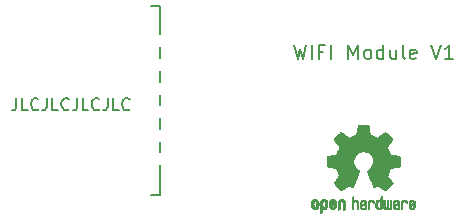
<source format=gto>
%TF.GenerationSoftware,KiCad,Pcbnew,(5.99.0-8442-g3b424d3868)*%
%TF.CreationDate,2021-01-17T16:03:47+01:00*%
%TF.ProjectId,WiFi-Addon,57694669-2d41-4646-946f-6e2e6b696361,rev?*%
%TF.SameCoordinates,PX160b110PY9be08a8*%
%TF.FileFunction,Legend,Top*%
%TF.FilePolarity,Positive*%
%FSLAX46Y46*%
G04 Gerber Fmt 4.6, Leading zero omitted, Abs format (unit mm)*
G04 Created by KiCad (PCBNEW (5.99.0-8442-g3b424d3868)) date 2021-01-17 16:03:47*
%MOMM*%
%LPD*%
G01*
G04 APERTURE LIST*
%ADD10C,0.150000*%
%ADD11C,0.010000*%
%ADD12C,0.152400*%
%ADD13C,1.448000*%
%ADD14R,1.100000X2.500000*%
%ADD15R,2.500000X1.100000*%
%ADD16R,1.700000X1.700000*%
%ADD17O,1.700000X1.700000*%
%ADD18C,0.500000*%
G04 APERTURE END LIST*
D10*
X34494928Y55596143D02*
X34780642Y54396143D01*
X35009214Y55253286D01*
X35237785Y54396143D01*
X35523500Y55596143D01*
X35980642Y54396143D02*
X35980642Y55596143D01*
X36952071Y55024715D02*
X36552071Y55024715D01*
X36552071Y54396143D02*
X36552071Y55596143D01*
X37123500Y55596143D01*
X37580642Y54396143D02*
X37580642Y55596143D01*
X39066357Y54396143D02*
X39066357Y55596143D01*
X39466357Y54739000D01*
X39866357Y55596143D01*
X39866357Y54396143D01*
X40609214Y54396143D02*
X40494928Y54453286D01*
X40437785Y54510429D01*
X40380642Y54624715D01*
X40380642Y54967572D01*
X40437785Y55081858D01*
X40494928Y55139000D01*
X40609214Y55196143D01*
X40780642Y55196143D01*
X40894928Y55139000D01*
X40952071Y55081858D01*
X41009214Y54967572D01*
X41009214Y54624715D01*
X40952071Y54510429D01*
X40894928Y54453286D01*
X40780642Y54396143D01*
X40609214Y54396143D01*
X42037785Y54396143D02*
X42037785Y55596143D01*
X42037785Y54453286D02*
X41923500Y54396143D01*
X41694928Y54396143D01*
X41580642Y54453286D01*
X41523500Y54510429D01*
X41466357Y54624715D01*
X41466357Y54967572D01*
X41523500Y55081858D01*
X41580642Y55139000D01*
X41694928Y55196143D01*
X41923500Y55196143D01*
X42037785Y55139000D01*
X43123500Y55196143D02*
X43123500Y54396143D01*
X42609214Y55196143D02*
X42609214Y54567572D01*
X42666357Y54453286D01*
X42780642Y54396143D01*
X42952071Y54396143D01*
X43066357Y54453286D01*
X43123500Y54510429D01*
X43866357Y54396143D02*
X43752071Y54453286D01*
X43694928Y54567572D01*
X43694928Y55596143D01*
X44780642Y54453286D02*
X44666357Y54396143D01*
X44437785Y54396143D01*
X44323500Y54453286D01*
X44266357Y54567572D01*
X44266357Y55024715D01*
X44323500Y55139000D01*
X44437785Y55196143D01*
X44666357Y55196143D01*
X44780642Y55139000D01*
X44837785Y55024715D01*
X44837785Y54910429D01*
X44266357Y54796143D01*
X46094928Y55596143D02*
X46494928Y54396143D01*
X46894928Y55596143D01*
X47923500Y54396143D02*
X47237785Y54396143D01*
X47580642Y54396143D02*
X47580642Y55596143D01*
X47466357Y55424715D01*
X47352071Y55310429D01*
X47237785Y55253286D01*
X10966952Y51076620D02*
X10966952Y50362334D01*
X10919333Y50219477D01*
X10824095Y50124239D01*
X10681238Y50076620D01*
X10586000Y50076620D01*
X11919333Y50076620D02*
X11443142Y50076620D01*
X11443142Y51076620D01*
X12824095Y50171858D02*
X12776476Y50124239D01*
X12633619Y50076620D01*
X12538380Y50076620D01*
X12395523Y50124239D01*
X12300285Y50219477D01*
X12252666Y50314715D01*
X12205047Y50505191D01*
X12205047Y50648048D01*
X12252666Y50838524D01*
X12300285Y50933762D01*
X12395523Y51029000D01*
X12538380Y51076620D01*
X12633619Y51076620D01*
X12776476Y51029000D01*
X12824095Y50981381D01*
X13538380Y51076620D02*
X13538380Y50362334D01*
X13490761Y50219477D01*
X13395523Y50124239D01*
X13252666Y50076620D01*
X13157428Y50076620D01*
X14490761Y50076620D02*
X14014571Y50076620D01*
X14014571Y51076620D01*
X15395523Y50171858D02*
X15347904Y50124239D01*
X15205047Y50076620D01*
X15109809Y50076620D01*
X14966952Y50124239D01*
X14871714Y50219477D01*
X14824095Y50314715D01*
X14776476Y50505191D01*
X14776476Y50648048D01*
X14824095Y50838524D01*
X14871714Y50933762D01*
X14966952Y51029000D01*
X15109809Y51076620D01*
X15205047Y51076620D01*
X15347904Y51029000D01*
X15395523Y50981381D01*
X16109809Y51076620D02*
X16109809Y50362334D01*
X16062190Y50219477D01*
X15966952Y50124239D01*
X15824095Y50076620D01*
X15728857Y50076620D01*
X17062190Y50076620D02*
X16586000Y50076620D01*
X16586000Y51076620D01*
X17966952Y50171858D02*
X17919333Y50124239D01*
X17776476Y50076620D01*
X17681238Y50076620D01*
X17538380Y50124239D01*
X17443142Y50219477D01*
X17395523Y50314715D01*
X17347904Y50505191D01*
X17347904Y50648048D01*
X17395523Y50838524D01*
X17443142Y50933762D01*
X17538380Y51029000D01*
X17681238Y51076620D01*
X17776476Y51076620D01*
X17919333Y51029000D01*
X17966952Y50981381D01*
X18681238Y51076620D02*
X18681238Y50362334D01*
X18633619Y50219477D01*
X18538380Y50124239D01*
X18395523Y50076620D01*
X18300285Y50076620D01*
X19633619Y50076620D02*
X19157428Y50076620D01*
X19157428Y51076620D01*
X20538380Y50171858D02*
X20490761Y50124239D01*
X20347904Y50076620D01*
X20252666Y50076620D01*
X20109809Y50124239D01*
X20014571Y50219477D01*
X19966952Y50314715D01*
X19919333Y50505191D01*
X19919333Y50648048D01*
X19966952Y50838524D01*
X20014571Y50933762D01*
X20109809Y51029000D01*
X20252666Y51076620D01*
X20347904Y51076620D01*
X20490761Y51029000D01*
X20538380Y50981381D01*
D11*
X39475846Y42626880D02*
X39481572Y42547020D01*
X39481572Y42547020D02*
X39488149Y42499961D01*
X39488149Y42499961D02*
X39497262Y42479434D01*
X39497262Y42479434D02*
X39510598Y42479171D01*
X39510598Y42479171D02*
X39514923Y42481622D01*
X39514923Y42481622D02*
X39572444Y42499364D01*
X39572444Y42499364D02*
X39647268Y42498328D01*
X39647268Y42498328D02*
X39723339Y42480090D01*
X39723339Y42480090D02*
X39770918Y42456495D01*
X39770918Y42456495D02*
X39819702Y42418802D01*
X39819702Y42418802D02*
X39855364Y42376145D01*
X39855364Y42376145D02*
X39879845Y42321943D01*
X39879845Y42321943D02*
X39895087Y42249616D01*
X39895087Y42249616D02*
X39903030Y42152581D01*
X39903030Y42152581D02*
X39905616Y42024258D01*
X39905616Y42024258D02*
X39905662Y41999642D01*
X39905662Y41999642D02*
X39905692Y41723130D01*
X39905692Y41723130D02*
X39844161Y41701680D01*
X39844161Y41701680D02*
X39800459Y41687088D01*
X39800459Y41687088D02*
X39776482Y41680294D01*
X39776482Y41680294D02*
X39775777Y41680231D01*
X39775777Y41680231D02*
X39773415Y41698655D01*
X39773415Y41698655D02*
X39771406Y41749474D01*
X39771406Y41749474D02*
X39769901Y41826007D01*
X39769901Y41826007D02*
X39769053Y41921570D01*
X39769053Y41921570D02*
X39768923Y41979671D01*
X39768923Y41979671D02*
X39768651Y42094229D01*
X39768651Y42094229D02*
X39767252Y42176333D01*
X39767252Y42176333D02*
X39763849Y42232607D01*
X39763849Y42232607D02*
X39757567Y42269674D01*
X39757567Y42269674D02*
X39747529Y42294156D01*
X39747529Y42294156D02*
X39732861Y42312675D01*
X39732861Y42312675D02*
X39723702Y42321594D01*
X39723702Y42321594D02*
X39660789Y42357534D01*
X39660789Y42357534D02*
X39592136Y42360225D01*
X39592136Y42360225D02*
X39529848Y42329830D01*
X39529848Y42329830D02*
X39518329Y42318856D01*
X39518329Y42318856D02*
X39501433Y42298221D01*
X39501433Y42298221D02*
X39489714Y42273744D01*
X39489714Y42273744D02*
X39482233Y42238353D01*
X39482233Y42238353D02*
X39478054Y42184974D01*
X39478054Y42184974D02*
X39476237Y42106534D01*
X39476237Y42106534D02*
X39475846Y41998383D01*
X39475846Y41998383D02*
X39475846Y41723130D01*
X39475846Y41723130D02*
X39414315Y41701680D01*
X39414315Y41701680D02*
X39370613Y41687088D01*
X39370613Y41687088D02*
X39346636Y41680294D01*
X39346636Y41680294D02*
X39345930Y41680231D01*
X39345930Y41680231D02*
X39344126Y41698931D01*
X39344126Y41698931D02*
X39342500Y41751678D01*
X39342500Y41751678D02*
X39341117Y41833443D01*
X39341117Y41833443D02*
X39340042Y41939195D01*
X39340042Y41939195D02*
X39339340Y42063906D01*
X39339340Y42063906D02*
X39339077Y42202545D01*
X39339077Y42202545D02*
X39339077Y42737194D01*
X39339077Y42737194D02*
X39466077Y42790764D01*
X39466077Y42790764D02*
X39475846Y42626880D01*
X39475846Y42626880D02*
X39475846Y42626880D01*
G36*
X39475846Y42626880D02*
G01*
X39481572Y42547020D01*
X39488149Y42499961D01*
X39497262Y42479434D01*
X39510598Y42479171D01*
X39514923Y42481622D01*
X39572444Y42499364D01*
X39647268Y42498328D01*
X39723339Y42480090D01*
X39770918Y42456495D01*
X39819702Y42418802D01*
X39855364Y42376145D01*
X39879845Y42321943D01*
X39895087Y42249616D01*
X39903030Y42152581D01*
X39905616Y42024258D01*
X39905662Y41999642D01*
X39905692Y41723130D01*
X39844161Y41701680D01*
X39800459Y41687088D01*
X39776482Y41680294D01*
X39775777Y41680231D01*
X39773415Y41698655D01*
X39771406Y41749474D01*
X39769901Y41826007D01*
X39769053Y41921570D01*
X39768923Y41979671D01*
X39768651Y42094229D01*
X39767252Y42176333D01*
X39763849Y42232607D01*
X39757567Y42269674D01*
X39747529Y42294156D01*
X39732861Y42312675D01*
X39723702Y42321594D01*
X39660789Y42357534D01*
X39592136Y42360225D01*
X39529848Y42329830D01*
X39518329Y42318856D01*
X39501433Y42298221D01*
X39489714Y42273744D01*
X39482233Y42238353D01*
X39478054Y42184974D01*
X39476237Y42106534D01*
X39475846Y41998383D01*
X39475846Y41723130D01*
X39414315Y41701680D01*
X39370613Y41687088D01*
X39346636Y41680294D01*
X39345930Y41680231D01*
X39344126Y41698931D01*
X39342500Y41751678D01*
X39341117Y41833443D01*
X39340042Y41939195D01*
X39339340Y42063906D01*
X39339077Y42202545D01*
X39339077Y42737194D01*
X39466077Y42790764D01*
X39475846Y42626880D01*
G37*
X39475846Y42626880D02*
X39481572Y42547020D01*
X39488149Y42499961D01*
X39497262Y42479434D01*
X39510598Y42479171D01*
X39514923Y42481622D01*
X39572444Y42499364D01*
X39647268Y42498328D01*
X39723339Y42480090D01*
X39770918Y42456495D01*
X39819702Y42418802D01*
X39855364Y42376145D01*
X39879845Y42321943D01*
X39895087Y42249616D01*
X39903030Y42152581D01*
X39905616Y42024258D01*
X39905662Y41999642D01*
X39905692Y41723130D01*
X39844161Y41701680D01*
X39800459Y41687088D01*
X39776482Y41680294D01*
X39775777Y41680231D01*
X39773415Y41698655D01*
X39771406Y41749474D01*
X39769901Y41826007D01*
X39769053Y41921570D01*
X39768923Y41979671D01*
X39768651Y42094229D01*
X39767252Y42176333D01*
X39763849Y42232607D01*
X39757567Y42269674D01*
X39747529Y42294156D01*
X39732861Y42312675D01*
X39723702Y42321594D01*
X39660789Y42357534D01*
X39592136Y42360225D01*
X39529848Y42329830D01*
X39518329Y42318856D01*
X39501433Y42298221D01*
X39489714Y42273744D01*
X39482233Y42238353D01*
X39478054Y42184974D01*
X39476237Y42106534D01*
X39475846Y41998383D01*
X39475846Y41723130D01*
X39414315Y41701680D01*
X39370613Y41687088D01*
X39346636Y41680294D01*
X39345930Y41680231D01*
X39344126Y41698931D01*
X39342500Y41751678D01*
X39341117Y41833443D01*
X39340042Y41939195D01*
X39339340Y42063906D01*
X39339077Y42202545D01*
X39339077Y42737194D01*
X39466077Y42790764D01*
X39475846Y42626880D01*
X44561224Y42471162D02*
X44638528Y42420639D01*
X44638528Y42420639D02*
X44675814Y42375410D01*
X44675814Y42375410D02*
X44705353Y42293337D01*
X44705353Y42293337D02*
X44707699Y42228393D01*
X44707699Y42228393D02*
X44702385Y42141555D01*
X44702385Y42141555D02*
X44502115Y42053897D01*
X44502115Y42053897D02*
X44404739Y42009113D01*
X44404739Y42009113D02*
X44341113Y41973087D01*
X44341113Y41973087D02*
X44308029Y41941883D01*
X44308029Y41941883D02*
X44302280Y41911564D01*
X44302280Y41911564D02*
X44320658Y41878195D01*
X44320658Y41878195D02*
X44340923Y41856077D01*
X44340923Y41856077D02*
X44399889Y41820607D01*
X44399889Y41820607D02*
X44464024Y41818121D01*
X44464024Y41818121D02*
X44522926Y41845765D01*
X44522926Y41845765D02*
X44566197Y41900680D01*
X44566197Y41900680D02*
X44573936Y41920072D01*
X44573936Y41920072D02*
X44611006Y41980636D01*
X44611006Y41980636D02*
X44653654Y42006448D01*
X44653654Y42006448D02*
X44712154Y42028529D01*
X44712154Y42028529D02*
X44712154Y41944816D01*
X44712154Y41944816D02*
X44706982Y41887850D01*
X44706982Y41887850D02*
X44686723Y41839811D01*
X44686723Y41839811D02*
X44644262Y41784654D01*
X44644262Y41784654D02*
X44637951Y41777486D01*
X44637951Y41777486D02*
X44590720Y41728415D01*
X44590720Y41728415D02*
X44550121Y41702080D01*
X44550121Y41702080D02*
X44499328Y41689965D01*
X44499328Y41689965D02*
X44457220Y41685997D01*
X44457220Y41685997D02*
X44381902Y41685009D01*
X44381902Y41685009D02*
X44328286Y41697534D01*
X44328286Y41697534D02*
X44294838Y41716131D01*
X44294838Y41716131D02*
X44242268Y41757025D01*
X44242268Y41757025D02*
X44205879Y41801252D01*
X44205879Y41801252D02*
X44182850Y41856874D01*
X44182850Y41856874D02*
X44170359Y41931953D01*
X44170359Y41931953D02*
X44165587Y42034551D01*
X44165587Y42034551D02*
X44165206Y42086624D01*
X44165206Y42086624D02*
X44166501Y42149052D01*
X44166501Y42149052D02*
X44284471Y42149052D01*
X44284471Y42149052D02*
X44285839Y42115562D01*
X44285839Y42115562D02*
X44289249Y42110077D01*
X44289249Y42110077D02*
X44311753Y42117528D01*
X44311753Y42117528D02*
X44360182Y42137247D01*
X44360182Y42137247D02*
X44424908Y42165282D01*
X44424908Y42165282D02*
X44438443Y42171308D01*
X44438443Y42171308D02*
X44520244Y42212904D01*
X44520244Y42212904D02*
X44565312Y42249462D01*
X44565312Y42249462D02*
X44575217Y42283704D01*
X44575217Y42283704D02*
X44551526Y42318352D01*
X44551526Y42318352D02*
X44531960Y42333661D01*
X44531960Y42333661D02*
X44461360Y42364279D01*
X44461360Y42364279D02*
X44395280Y42359220D01*
X44395280Y42359220D02*
X44339959Y42321849D01*
X44339959Y42321849D02*
X44301636Y42255527D01*
X44301636Y42255527D02*
X44289349Y42202884D01*
X44289349Y42202884D02*
X44284471Y42149052D01*
X44284471Y42149052D02*
X44166501Y42149052D01*
X44166501Y42149052D02*
X44167730Y42208280D01*
X44167730Y42208280D02*
X44177032Y42298290D01*
X44177032Y42298290D02*
X44195460Y42363833D01*
X44195460Y42363833D02*
X44225360Y42412088D01*
X44225360Y42412088D02*
X44269080Y42450233D01*
X44269080Y42450233D02*
X44288141Y42462560D01*
X44288141Y42462560D02*
X44374726Y42494664D01*
X44374726Y42494664D02*
X44469522Y42496684D01*
X44469522Y42496684D02*
X44561224Y42471162D01*
X44561224Y42471162D02*
X44561224Y42471162D01*
G36*
X44177032Y42298290D02*
G01*
X44195460Y42363833D01*
X44225360Y42412088D01*
X44269080Y42450233D01*
X44288141Y42462560D01*
X44374726Y42494664D01*
X44469522Y42496684D01*
X44561224Y42471162D01*
X44638528Y42420639D01*
X44675814Y42375410D01*
X44705353Y42293337D01*
X44707699Y42228393D01*
X44702385Y42141555D01*
X44502115Y42053897D01*
X44404739Y42009113D01*
X44341113Y41973087D01*
X44308029Y41941883D01*
X44302280Y41911564D01*
X44320658Y41878195D01*
X44340923Y41856077D01*
X44399889Y41820607D01*
X44464024Y41818121D01*
X44522926Y41845765D01*
X44566197Y41900680D01*
X44573936Y41920072D01*
X44611006Y41980636D01*
X44653654Y42006448D01*
X44712154Y42028529D01*
X44712154Y41944816D01*
X44706982Y41887850D01*
X44686723Y41839811D01*
X44644262Y41784654D01*
X44637951Y41777486D01*
X44590720Y41728415D01*
X44550121Y41702080D01*
X44499328Y41689965D01*
X44457220Y41685997D01*
X44381902Y41685009D01*
X44328286Y41697534D01*
X44294838Y41716131D01*
X44242268Y41757025D01*
X44205879Y41801252D01*
X44182850Y41856874D01*
X44170359Y41931953D01*
X44165587Y42034551D01*
X44165206Y42086624D01*
X44166501Y42149052D01*
X44284471Y42149052D01*
X44285839Y42115562D01*
X44289249Y42110077D01*
X44311753Y42117528D01*
X44360182Y42137247D01*
X44424908Y42165282D01*
X44438443Y42171308D01*
X44520244Y42212904D01*
X44565312Y42249462D01*
X44575217Y42283704D01*
X44551526Y42318352D01*
X44531960Y42333661D01*
X44461360Y42364279D01*
X44395280Y42359220D01*
X44339959Y42321849D01*
X44301636Y42255527D01*
X44289349Y42202884D01*
X44284471Y42149052D01*
X44166501Y42149052D01*
X44167730Y42208280D01*
X44177032Y42298290D01*
G37*
X44177032Y42298290D02*
X44195460Y42363833D01*
X44225360Y42412088D01*
X44269080Y42450233D01*
X44288141Y42462560D01*
X44374726Y42494664D01*
X44469522Y42496684D01*
X44561224Y42471162D01*
X44638528Y42420639D01*
X44675814Y42375410D01*
X44705353Y42293337D01*
X44707699Y42228393D01*
X44702385Y42141555D01*
X44502115Y42053897D01*
X44404739Y42009113D01*
X44341113Y41973087D01*
X44308029Y41941883D01*
X44302280Y41911564D01*
X44320658Y41878195D01*
X44340923Y41856077D01*
X44399889Y41820607D01*
X44464024Y41818121D01*
X44522926Y41845765D01*
X44566197Y41900680D01*
X44573936Y41920072D01*
X44611006Y41980636D01*
X44653654Y42006448D01*
X44712154Y42028529D01*
X44712154Y41944816D01*
X44706982Y41887850D01*
X44686723Y41839811D01*
X44644262Y41784654D01*
X44637951Y41777486D01*
X44590720Y41728415D01*
X44550121Y41702080D01*
X44499328Y41689965D01*
X44457220Y41685997D01*
X44381902Y41685009D01*
X44328286Y41697534D01*
X44294838Y41716131D01*
X44242268Y41757025D01*
X44205879Y41801252D01*
X44182850Y41856874D01*
X44170359Y41931953D01*
X44165587Y42034551D01*
X44165206Y42086624D01*
X44166501Y42149052D01*
X44284471Y42149052D01*
X44285839Y42115562D01*
X44289249Y42110077D01*
X44311753Y42117528D01*
X44360182Y42137247D01*
X44424908Y42165282D01*
X44438443Y42171308D01*
X44520244Y42212904D01*
X44565312Y42249462D01*
X44575217Y42283704D01*
X44551526Y42318352D01*
X44531960Y42333661D01*
X44461360Y42364279D01*
X44395280Y42359220D01*
X44339959Y42321849D01*
X44301636Y42255527D01*
X44289349Y42202884D01*
X44284471Y42149052D01*
X44166501Y42149052D01*
X44167730Y42208280D01*
X44177032Y42298290D01*
X42711929Y42482338D02*
X42714911Y42430932D01*
X42714911Y42430932D02*
X42717247Y42352808D01*
X42717247Y42352808D02*
X42718749Y42254143D01*
X42718749Y42254143D02*
X42719231Y42150657D01*
X42719231Y42150657D02*
X42719231Y41800467D01*
X42719231Y41800467D02*
X42657401Y41738637D01*
X42657401Y41738637D02*
X42614793Y41700538D01*
X42614793Y41700538D02*
X42577390Y41685105D01*
X42577390Y41685105D02*
X42526270Y41686082D01*
X42526270Y41686082D02*
X42505978Y41688567D01*
X42505978Y41688567D02*
X42442554Y41695800D01*
X42442554Y41695800D02*
X42390095Y41699945D01*
X42390095Y41699945D02*
X42377308Y41700328D01*
X42377308Y41700328D02*
X42334199Y41697824D01*
X42334199Y41697824D02*
X42272544Y41691538D01*
X42272544Y41691538D02*
X42248638Y41688567D01*
X42248638Y41688567D02*
X42189922Y41683972D01*
X42189922Y41683972D02*
X42150464Y41693954D01*
X42150464Y41693954D02*
X42111338Y41724772D01*
X42111338Y41724772D02*
X42097215Y41738637D01*
X42097215Y41738637D02*
X42035385Y41800467D01*
X42035385Y41800467D02*
X42035385Y42455497D01*
X42035385Y42455497D02*
X42085150Y42478171D01*
X42085150Y42478171D02*
X42128002Y42494966D01*
X42128002Y42494966D02*
X42153073Y42500846D01*
X42153073Y42500846D02*
X42159501Y42482264D01*
X42159501Y42482264D02*
X42165509Y42430345D01*
X42165509Y42430345D02*
X42170697Y42350828D01*
X42170697Y42350828D02*
X42174664Y42249454D01*
X42174664Y42249454D02*
X42176577Y42163808D01*
X42176577Y42163808D02*
X42181923Y41826769D01*
X42181923Y41826769D02*
X42228560Y41820175D01*
X42228560Y41820175D02*
X42270976Y41824786D01*
X42270976Y41824786D02*
X42291760Y41839713D01*
X42291760Y41839713D02*
X42297570Y41867623D01*
X42297570Y41867623D02*
X42302530Y41927075D01*
X42302530Y41927075D02*
X42306246Y42010534D01*
X42306246Y42010534D02*
X42308324Y42110468D01*
X42308324Y42110468D02*
X42308624Y42161896D01*
X42308624Y42161896D02*
X42308923Y42457946D01*
X42308923Y42457946D02*
X42370454Y42479396D01*
X42370454Y42479396D02*
X42414004Y42493980D01*
X42414004Y42493980D02*
X42437694Y42500781D01*
X42437694Y42500781D02*
X42438377Y42500846D01*
X42438377Y42500846D02*
X42440754Y42482358D01*
X42440754Y42482358D02*
X42443366Y42431094D01*
X42443366Y42431094D02*
X42445995Y42353351D01*
X42445995Y42353351D02*
X42448421Y42255426D01*
X42448421Y42255426D02*
X42450115Y42163808D01*
X42450115Y42163808D02*
X42455461Y41826769D01*
X42455461Y41826769D02*
X42572692Y41826769D01*
X42572692Y41826769D02*
X42578072Y42134254D01*
X42578072Y42134254D02*
X42583451Y42441739D01*
X42583451Y42441739D02*
X42640601Y42471293D01*
X42640601Y42471293D02*
X42682797Y42491587D01*
X42682797Y42491587D02*
X42707770Y42500796D01*
X42707770Y42500796D02*
X42708491Y42500846D01*
X42708491Y42500846D02*
X42711929Y42482338D01*
X42711929Y42482338D02*
X42711929Y42482338D01*
G36*
X42711929Y42482338D02*
G01*
X42714911Y42430932D01*
X42717247Y42352808D01*
X42718749Y42254143D01*
X42719231Y42150657D01*
X42719231Y41800467D01*
X42657401Y41738637D01*
X42614793Y41700538D01*
X42577390Y41685105D01*
X42526270Y41686082D01*
X42505978Y41688567D01*
X42442554Y41695800D01*
X42390095Y41699945D01*
X42377308Y41700328D01*
X42334199Y41697824D01*
X42272544Y41691538D01*
X42248638Y41688567D01*
X42189922Y41683972D01*
X42150464Y41693954D01*
X42111338Y41724772D01*
X42097215Y41738637D01*
X42035385Y41800467D01*
X42035385Y42455497D01*
X42085150Y42478171D01*
X42128002Y42494966D01*
X42153073Y42500846D01*
X42159501Y42482264D01*
X42165509Y42430345D01*
X42170697Y42350828D01*
X42174664Y42249454D01*
X42176577Y42163808D01*
X42181923Y41826769D01*
X42228560Y41820175D01*
X42270976Y41824786D01*
X42291760Y41839713D01*
X42297570Y41867623D01*
X42302530Y41927075D01*
X42306246Y42010534D01*
X42308324Y42110468D01*
X42308624Y42161896D01*
X42308923Y42457946D01*
X42370454Y42479396D01*
X42414004Y42493980D01*
X42437694Y42500781D01*
X42438377Y42500846D01*
X42440754Y42482358D01*
X42443366Y42431094D01*
X42445995Y42353351D01*
X42448421Y42255426D01*
X42450115Y42163808D01*
X42455461Y41826769D01*
X42572692Y41826769D01*
X42578072Y42134254D01*
X42583451Y42441739D01*
X42640601Y42471293D01*
X42682797Y42491587D01*
X42707770Y42500796D01*
X42708491Y42500846D01*
X42711929Y42482338D01*
G37*
X42711929Y42482338D02*
X42714911Y42430932D01*
X42717247Y42352808D01*
X42718749Y42254143D01*
X42719231Y42150657D01*
X42719231Y41800467D01*
X42657401Y41738637D01*
X42614793Y41700538D01*
X42577390Y41685105D01*
X42526270Y41686082D01*
X42505978Y41688567D01*
X42442554Y41695800D01*
X42390095Y41699945D01*
X42377308Y41700328D01*
X42334199Y41697824D01*
X42272544Y41691538D01*
X42248638Y41688567D01*
X42189922Y41683972D01*
X42150464Y41693954D01*
X42111338Y41724772D01*
X42097215Y41738637D01*
X42035385Y41800467D01*
X42035385Y42455497D01*
X42085150Y42478171D01*
X42128002Y42494966D01*
X42153073Y42500846D01*
X42159501Y42482264D01*
X42165509Y42430345D01*
X42170697Y42350828D01*
X42174664Y42249454D01*
X42176577Y42163808D01*
X42181923Y41826769D01*
X42228560Y41820175D01*
X42270976Y41824786D01*
X42291760Y41839713D01*
X42297570Y41867623D01*
X42302530Y41927075D01*
X42306246Y42010534D01*
X42308324Y42110468D01*
X42308624Y42161896D01*
X42308923Y42457946D01*
X42370454Y42479396D01*
X42414004Y42493980D01*
X42437694Y42500781D01*
X42438377Y42500846D01*
X42440754Y42482358D01*
X42443366Y42431094D01*
X42445995Y42353351D01*
X42448421Y42255426D01*
X42450115Y42163808D01*
X42455461Y41826769D01*
X42572692Y41826769D01*
X42578072Y42134254D01*
X42583451Y42441739D01*
X42640601Y42471293D01*
X42682797Y42491587D01*
X42707770Y42500796D01*
X42708491Y42500846D01*
X42711929Y42482338D01*
X43886807Y42482218D02*
X43910161Y42472012D01*
X43910161Y42472012D02*
X43965902Y42427866D01*
X43965902Y42427866D02*
X44013569Y42364033D01*
X44013569Y42364033D02*
X44043048Y42295913D01*
X44043048Y42295913D02*
X44047846Y42262330D01*
X44047846Y42262330D02*
X44031760Y42215444D01*
X44031760Y42215444D02*
X43996475Y42190635D01*
X43996475Y42190635D02*
X43958644Y42175613D01*
X43958644Y42175613D02*
X43941321Y42172845D01*
X43941321Y42172845D02*
X43932886Y42192934D01*
X43932886Y42192934D02*
X43916230Y42236649D01*
X43916230Y42236649D02*
X43908923Y42256402D01*
X43908923Y42256402D02*
X43867948Y42324729D01*
X43867948Y42324729D02*
X43808622Y42358809D01*
X43808622Y42358809D02*
X43732552Y42357761D01*
X43732552Y42357761D02*
X43726918Y42356419D01*
X43726918Y42356419D02*
X43686305Y42337164D01*
X43686305Y42337164D02*
X43656448Y42299625D01*
X43656448Y42299625D02*
X43636055Y42239191D01*
X43636055Y42239191D02*
X43623836Y42151249D01*
X43623836Y42151249D02*
X43618500Y42031187D01*
X43618500Y42031187D02*
X43618000Y41967302D01*
X43618000Y41967302D02*
X43617752Y41866597D01*
X43617752Y41866597D02*
X43616126Y41797946D01*
X43616126Y41797946D02*
X43611801Y41754327D01*
X43611801Y41754327D02*
X43603454Y41728718D01*
X43603454Y41728718D02*
X43589765Y41714097D01*
X43589765Y41714097D02*
X43569411Y41703442D01*
X43569411Y41703442D02*
X43568234Y41702905D01*
X43568234Y41702905D02*
X43529038Y41686333D01*
X43529038Y41686333D02*
X43509619Y41680231D01*
X43509619Y41680231D02*
X43506635Y41698681D01*
X43506635Y41698681D02*
X43504081Y41749677D01*
X43504081Y41749677D02*
X43502140Y41826692D01*
X43502140Y41826692D02*
X43500997Y41923195D01*
X43500997Y41923195D02*
X43500769Y41993816D01*
X43500769Y41993816D02*
X43501932Y42130475D01*
X43501932Y42130475D02*
X43506479Y42234149D01*
X43506479Y42234149D02*
X43515999Y42310892D01*
X43515999Y42310892D02*
X43532081Y42366754D01*
X43532081Y42366754D02*
X43556313Y42407788D01*
X43556313Y42407788D02*
X43590286Y42440046D01*
X43590286Y42440046D02*
X43623833Y42462560D01*
X43623833Y42462560D02*
X43704499Y42492524D01*
X43704499Y42492524D02*
X43798381Y42499282D01*
X43798381Y42499282D02*
X43886807Y42482218D01*
X43886807Y42482218D02*
X43886807Y42482218D01*
G36*
X43886807Y42482218D02*
G01*
X43910161Y42472012D01*
X43965902Y42427866D01*
X44013569Y42364033D01*
X44043048Y42295913D01*
X44047846Y42262330D01*
X44031760Y42215444D01*
X43996475Y42190635D01*
X43958644Y42175613D01*
X43941321Y42172845D01*
X43932886Y42192934D01*
X43916230Y42236649D01*
X43908923Y42256402D01*
X43867948Y42324729D01*
X43808622Y42358809D01*
X43732552Y42357761D01*
X43726918Y42356419D01*
X43686305Y42337164D01*
X43656448Y42299625D01*
X43636055Y42239191D01*
X43623836Y42151249D01*
X43618500Y42031187D01*
X43618000Y41967302D01*
X43617752Y41866597D01*
X43616126Y41797946D01*
X43611801Y41754327D01*
X43603454Y41728718D01*
X43589765Y41714097D01*
X43569411Y41703442D01*
X43568234Y41702905D01*
X43529038Y41686333D01*
X43509619Y41680231D01*
X43506635Y41698681D01*
X43504081Y41749677D01*
X43502140Y41826692D01*
X43500997Y41923195D01*
X43500769Y41993816D01*
X43501932Y42130475D01*
X43506479Y42234149D01*
X43515999Y42310892D01*
X43532081Y42366754D01*
X43556313Y42407788D01*
X43590286Y42440046D01*
X43623833Y42462560D01*
X43704499Y42492524D01*
X43798381Y42499282D01*
X43886807Y42482218D01*
G37*
X43886807Y42482218D02*
X43910161Y42472012D01*
X43965902Y42427866D01*
X44013569Y42364033D01*
X44043048Y42295913D01*
X44047846Y42262330D01*
X44031760Y42215444D01*
X43996475Y42190635D01*
X43958644Y42175613D01*
X43941321Y42172845D01*
X43932886Y42192934D01*
X43916230Y42236649D01*
X43908923Y42256402D01*
X43867948Y42324729D01*
X43808622Y42358809D01*
X43732552Y42357761D01*
X43726918Y42356419D01*
X43686305Y42337164D01*
X43656448Y42299625D01*
X43636055Y42239191D01*
X43623836Y42151249D01*
X43618500Y42031187D01*
X43618000Y41967302D01*
X43617752Y41866597D01*
X43616126Y41797946D01*
X43611801Y41754327D01*
X43603454Y41728718D01*
X43589765Y41714097D01*
X43569411Y41703442D01*
X43568234Y41702905D01*
X43529038Y41686333D01*
X43509619Y41680231D01*
X43506635Y41698681D01*
X43504081Y41749677D01*
X43502140Y41826692D01*
X43500997Y41923195D01*
X43500769Y41993816D01*
X43501932Y42130475D01*
X43506479Y42234149D01*
X43515999Y42310892D01*
X43532081Y42366754D01*
X43556313Y42407788D01*
X43590286Y42440046D01*
X43623833Y42462560D01*
X43704499Y42492524D01*
X43798381Y42499282D01*
X43886807Y42482218D01*
X41029362Y42494330D02*
X41118117Y42461579D01*
X41118117Y42461579D02*
X41190022Y42403650D01*
X41190022Y42403650D02*
X41218144Y42362872D01*
X41218144Y42362872D02*
X41248802Y42288046D01*
X41248802Y42288046D02*
X41248165Y42233942D01*
X41248165Y42233942D02*
X41215987Y42197554D01*
X41215987Y42197554D02*
X41204081Y42191367D01*
X41204081Y42191367D02*
X41152675Y42172075D01*
X41152675Y42172075D02*
X41126422Y42177018D01*
X41126422Y42177018D02*
X41117530Y42209413D01*
X41117530Y42209413D02*
X41117077Y42227308D01*
X41117077Y42227308D02*
X41100797Y42293141D01*
X41100797Y42293141D02*
X41058365Y42339193D01*
X41058365Y42339193D02*
X40999388Y42361436D01*
X40999388Y42361436D02*
X40933475Y42355839D01*
X40933475Y42355839D02*
X40879895Y42326771D01*
X40879895Y42326771D02*
X40861798Y42310190D01*
X40861798Y42310190D02*
X40848971Y42290075D01*
X40848971Y42290075D02*
X40840306Y42259668D01*
X40840306Y42259668D02*
X40834696Y42212212D01*
X40834696Y42212212D02*
X40831035Y42140950D01*
X40831035Y42140950D02*
X40828215Y42039125D01*
X40828215Y42039125D02*
X40827484Y42006885D01*
X40827484Y42006885D02*
X40824820Y41896590D01*
X40824820Y41896590D02*
X40821792Y41818964D01*
X40821792Y41818964D02*
X40817250Y41767604D01*
X40817250Y41767604D02*
X40810046Y41736110D01*
X40810046Y41736110D02*
X40799033Y41718080D01*
X40799033Y41718080D02*
X40783060Y41707112D01*
X40783060Y41707112D02*
X40772834Y41702267D01*
X40772834Y41702267D02*
X40729406Y41685699D01*
X40729406Y41685699D02*
X40703842Y41680231D01*
X40703842Y41680231D02*
X40695395Y41698493D01*
X40695395Y41698493D02*
X40690239Y41753704D01*
X40690239Y41753704D02*
X40688346Y41846501D01*
X40688346Y41846501D02*
X40689689Y41977522D01*
X40689689Y41977522D02*
X40690107Y41997731D01*
X40690107Y41997731D02*
X40693058Y42117267D01*
X40693058Y42117267D02*
X40696548Y42204551D01*
X40696548Y42204551D02*
X40701514Y42266409D01*
X40701514Y42266409D02*
X40708893Y42309664D01*
X40708893Y42309664D02*
X40719624Y42341140D01*
X40719624Y42341140D02*
X40734645Y42367661D01*
X40734645Y42367661D02*
X40742502Y42379025D01*
X40742502Y42379025D02*
X40787553Y42429308D01*
X40787553Y42429308D02*
X40837940Y42468419D01*
X40837940Y42468419D02*
X40844108Y42471833D01*
X40844108Y42471833D02*
X40934458Y42498788D01*
X40934458Y42498788D02*
X41029362Y42494330D01*
X41029362Y42494330D02*
X41029362Y42494330D01*
G36*
X41029362Y42494330D02*
G01*
X41118117Y42461579D01*
X41190022Y42403650D01*
X41218144Y42362872D01*
X41248802Y42288046D01*
X41248165Y42233942D01*
X41215987Y42197554D01*
X41204081Y42191367D01*
X41152675Y42172075D01*
X41126422Y42177018D01*
X41117530Y42209413D01*
X41117077Y42227308D01*
X41100797Y42293141D01*
X41058365Y42339193D01*
X40999388Y42361436D01*
X40933475Y42355839D01*
X40879895Y42326771D01*
X40861798Y42310190D01*
X40848971Y42290075D01*
X40840306Y42259668D01*
X40834696Y42212212D01*
X40831035Y42140950D01*
X40828215Y42039125D01*
X40827484Y42006885D01*
X40824820Y41896590D01*
X40821792Y41818964D01*
X40817250Y41767604D01*
X40810046Y41736110D01*
X40799033Y41718080D01*
X40783060Y41707112D01*
X40772834Y41702267D01*
X40729406Y41685699D01*
X40703842Y41680231D01*
X40695395Y41698493D01*
X40690239Y41753704D01*
X40688346Y41846501D01*
X40689689Y41977522D01*
X40690107Y41997731D01*
X40693058Y42117267D01*
X40696548Y42204551D01*
X40701514Y42266409D01*
X40708893Y42309664D01*
X40719624Y42341140D01*
X40734645Y42367661D01*
X40742502Y42379025D01*
X40787553Y42429308D01*
X40837940Y42468419D01*
X40844108Y42471833D01*
X40934458Y42498788D01*
X41029362Y42494330D01*
G37*
X41029362Y42494330D02*
X41118117Y42461579D01*
X41190022Y42403650D01*
X41218144Y42362872D01*
X41248802Y42288046D01*
X41248165Y42233942D01*
X41215987Y42197554D01*
X41204081Y42191367D01*
X41152675Y42172075D01*
X41126422Y42177018D01*
X41117530Y42209413D01*
X41117077Y42227308D01*
X41100797Y42293141D01*
X41058365Y42339193D01*
X40999388Y42361436D01*
X40933475Y42355839D01*
X40879895Y42326771D01*
X40861798Y42310190D01*
X40848971Y42290075D01*
X40840306Y42259668D01*
X40834696Y42212212D01*
X40831035Y42140950D01*
X40828215Y42039125D01*
X40827484Y42006885D01*
X40824820Y41896590D01*
X40821792Y41818964D01*
X40817250Y41767604D01*
X40810046Y41736110D01*
X40799033Y41718080D01*
X40783060Y41707112D01*
X40772834Y41702267D01*
X40729406Y41685699D01*
X40703842Y41680231D01*
X40695395Y41698493D01*
X40690239Y41753704D01*
X40688346Y41846501D01*
X40689689Y41977522D01*
X40690107Y41997731D01*
X40693058Y42117267D01*
X40696548Y42204551D01*
X40701514Y42266409D01*
X40708893Y42309664D01*
X40719624Y42341140D01*
X40734645Y42367661D01*
X40742502Y42379025D01*
X40787553Y42429308D01*
X40837940Y42468419D01*
X40844108Y42471833D01*
X40934458Y42498788D01*
X41029362Y42494330D01*
X38587664Y42523911D02*
X38650367Y42487642D01*
X38650367Y42487642D02*
X38693961Y42451642D01*
X38693961Y42451642D02*
X38725845Y42413925D01*
X38725845Y42413925D02*
X38747810Y42367801D01*
X38747810Y42367801D02*
X38761649Y42306579D01*
X38761649Y42306579D02*
X38769153Y42223569D01*
X38769153Y42223569D02*
X38772117Y42112081D01*
X38772117Y42112081D02*
X38772461Y42031938D01*
X38772461Y42031938D02*
X38772461Y41736935D01*
X38772461Y41736935D02*
X38606385Y41662485D01*
X38606385Y41662485D02*
X38596615Y41985598D01*
X38596615Y41985598D02*
X38592579Y42106271D01*
X38592579Y42106271D02*
X38588344Y42193859D01*
X38588344Y42193859D02*
X38583097Y42254350D01*
X38583097Y42254350D02*
X38576025Y42293732D01*
X38576025Y42293732D02*
X38566311Y42317993D01*
X38566311Y42317993D02*
X38553144Y42333120D01*
X38553144Y42333120D02*
X38548919Y42336394D01*
X38548919Y42336394D02*
X38484909Y42361966D01*
X38484909Y42361966D02*
X38420208Y42351847D01*
X38420208Y42351847D02*
X38381692Y42325000D01*
X38381692Y42325000D02*
X38366025Y42305976D01*
X38366025Y42305976D02*
X38355180Y42281012D01*
X38355180Y42281012D02*
X38348288Y42243166D01*
X38348288Y42243166D02*
X38344479Y42185498D01*
X38344479Y42185498D02*
X38342883Y42101065D01*
X38342883Y42101065D02*
X38342615Y42013072D01*
X38342615Y42013072D02*
X38342563Y41902677D01*
X38342563Y41902677D02*
X38340672Y41824537D01*
X38340672Y41824537D02*
X38334345Y41771835D01*
X38334345Y41771835D02*
X38320983Y41737758D01*
X38320983Y41737758D02*
X38297985Y41715489D01*
X38297985Y41715489D02*
X38262754Y41698213D01*
X38262754Y41698213D02*
X38215697Y41680262D01*
X38215697Y41680262D02*
X38164303Y41660722D01*
X38164303Y41660722D02*
X38170421Y42007515D01*
X38170421Y42007515D02*
X38172884Y42132532D01*
X38172884Y42132532D02*
X38175767Y42224918D01*
X38175767Y42224918D02*
X38179898Y42291119D01*
X38179898Y42291119D02*
X38186107Y42337580D01*
X38186107Y42337580D02*
X38195226Y42370744D01*
X38195226Y42370744D02*
X38208083Y42397056D01*
X38208083Y42397056D02*
X38223584Y42420271D01*
X38223584Y42420271D02*
X38298371Y42494431D01*
X38298371Y42494431D02*
X38389628Y42537316D01*
X38389628Y42537316D02*
X38488883Y42547588D01*
X38488883Y42547588D02*
X38587664Y42523911D01*
X38587664Y42523911D02*
X38587664Y42523911D01*
G36*
X38587664Y42523911D02*
G01*
X38650367Y42487642D01*
X38693961Y42451642D01*
X38725845Y42413925D01*
X38747810Y42367801D01*
X38761649Y42306579D01*
X38769153Y42223569D01*
X38772117Y42112081D01*
X38772461Y42031938D01*
X38772461Y41736935D01*
X38606385Y41662485D01*
X38596615Y41985598D01*
X38592579Y42106271D01*
X38588344Y42193859D01*
X38583097Y42254350D01*
X38576025Y42293732D01*
X38566311Y42317993D01*
X38553144Y42333120D01*
X38548919Y42336394D01*
X38484909Y42361966D01*
X38420208Y42351847D01*
X38381692Y42325000D01*
X38366025Y42305976D01*
X38355180Y42281012D01*
X38348288Y42243166D01*
X38344479Y42185498D01*
X38342883Y42101065D01*
X38342615Y42013072D01*
X38342563Y41902677D01*
X38340672Y41824537D01*
X38334345Y41771835D01*
X38320983Y41737758D01*
X38297985Y41715489D01*
X38262754Y41698213D01*
X38215697Y41680262D01*
X38164303Y41660722D01*
X38170421Y42007515D01*
X38172884Y42132532D01*
X38175767Y42224918D01*
X38179898Y42291119D01*
X38186107Y42337580D01*
X38195226Y42370744D01*
X38208083Y42397056D01*
X38223584Y42420271D01*
X38298371Y42494431D01*
X38389628Y42537316D01*
X38488883Y42547588D01*
X38587664Y42523911D01*
G37*
X38587664Y42523911D02*
X38650367Y42487642D01*
X38693961Y42451642D01*
X38725845Y42413925D01*
X38747810Y42367801D01*
X38761649Y42306579D01*
X38769153Y42223569D01*
X38772117Y42112081D01*
X38772461Y42031938D01*
X38772461Y41736935D01*
X38606385Y41662485D01*
X38596615Y41985598D01*
X38592579Y42106271D01*
X38588344Y42193859D01*
X38583097Y42254350D01*
X38576025Y42293732D01*
X38566311Y42317993D01*
X38553144Y42333120D01*
X38548919Y42336394D01*
X38484909Y42361966D01*
X38420208Y42351847D01*
X38381692Y42325000D01*
X38366025Y42305976D01*
X38355180Y42281012D01*
X38348288Y42243166D01*
X38344479Y42185498D01*
X38342883Y42101065D01*
X38342615Y42013072D01*
X38342563Y41902677D01*
X38340672Y41824537D01*
X38334345Y41771835D01*
X38320983Y41737758D01*
X38297985Y41715489D01*
X38262754Y41698213D01*
X38215697Y41680262D01*
X38164303Y41660722D01*
X38170421Y42007515D01*
X38172884Y42132532D01*
X38175767Y42224918D01*
X38179898Y42291119D01*
X38186107Y42337580D01*
X38195226Y42370744D01*
X38208083Y42397056D01*
X38223584Y42420271D01*
X38298371Y42494431D01*
X38389628Y42537316D01*
X38488883Y42547588D01*
X38587664Y42523911D01*
X36332886Y42531744D02*
X36424464Y42483591D01*
X36424464Y42483591D02*
X36492049Y42406095D01*
X36492049Y42406095D02*
X36516057Y42356273D01*
X36516057Y42356273D02*
X36534738Y42281467D01*
X36534738Y42281467D02*
X36544301Y42186948D01*
X36544301Y42186948D02*
X36545208Y42083790D01*
X36545208Y42083790D02*
X36537921Y41983065D01*
X36537921Y41983065D02*
X36522903Y41895847D01*
X36522903Y41895847D02*
X36500615Y41833209D01*
X36500615Y41833209D02*
X36493765Y41822421D01*
X36493765Y41822421D02*
X36412632Y41741895D01*
X36412632Y41741895D02*
X36316266Y41693664D01*
X36316266Y41693664D02*
X36211701Y41679550D01*
X36211701Y41679550D02*
X36105968Y41701371D01*
X36105968Y41701371D02*
X36076543Y41714453D01*
X36076543Y41714453D02*
X36019241Y41754769D01*
X36019241Y41754769D02*
X35968950Y41808225D01*
X35968950Y41808225D02*
X35964197Y41815005D01*
X35964197Y41815005D02*
X35944878Y41847679D01*
X35944878Y41847679D02*
X35932108Y41882606D01*
X35932108Y41882606D02*
X35924564Y41928586D01*
X35924564Y41928586D02*
X35920924Y41994416D01*
X35920924Y41994416D02*
X35919865Y42088895D01*
X35919865Y42088895D02*
X35919846Y42110077D01*
X35919846Y42110077D02*
X35919894Y42116818D01*
X35919894Y42116818D02*
X36115231Y42116818D01*
X36115231Y42116818D02*
X36116368Y42027651D01*
X36116368Y42027651D02*
X36120841Y41968480D01*
X36120841Y41968480D02*
X36130246Y41930259D01*
X36130246Y41930259D02*
X36146176Y41903947D01*
X36146176Y41903947D02*
X36154308Y41895154D01*
X36154308Y41895154D02*
X36201058Y41861739D01*
X36201058Y41861739D02*
X36246447Y41863263D01*
X36246447Y41863263D02*
X36292340Y41892248D01*
X36292340Y41892248D02*
X36319712Y41923191D01*
X36319712Y41923191D02*
X36335923Y41968357D01*
X36335923Y41968357D02*
X36345026Y42039580D01*
X36345026Y42039580D02*
X36345651Y42047886D01*
X36345651Y42047886D02*
X36347204Y42176963D01*
X36347204Y42176963D02*
X36330965Y42272828D01*
X36330965Y42272828D02*
X36297152Y42334893D01*
X36297152Y42334893D02*
X36245984Y42362568D01*
X36245984Y42362568D02*
X36227720Y42364077D01*
X36227720Y42364077D02*
X36179760Y42356487D01*
X36179760Y42356487D02*
X36146953Y42330192D01*
X36146953Y42330192D02*
X36126895Y42279905D01*
X36126895Y42279905D02*
X36117178Y42200336D01*
X36117178Y42200336D02*
X36115231Y42116818D01*
X36115231Y42116818D02*
X35919894Y42116818D01*
X35919894Y42116818D02*
X35920574Y42210751D01*
X35920574Y42210751D02*
X35923629Y42281094D01*
X35923629Y42281094D02*
X35930322Y42329837D01*
X35930322Y42329837D02*
X35941960Y42365712D01*
X35941960Y42365712D02*
X35959853Y42397452D01*
X35959853Y42397452D02*
X35963808Y42403352D01*
X35963808Y42403352D02*
X36030267Y42482896D01*
X36030267Y42482896D02*
X36102685Y42529071D01*
X36102685Y42529071D02*
X36190849Y42547401D01*
X36190849Y42547401D02*
X36220787Y42548297D01*
X36220787Y42548297D02*
X36332886Y42531744D01*
X36332886Y42531744D02*
X36332886Y42531744D01*
G36*
X35923629Y42281094D02*
G01*
X35930322Y42329837D01*
X35941960Y42365712D01*
X35959853Y42397452D01*
X35963808Y42403352D01*
X36030267Y42482896D01*
X36102685Y42529071D01*
X36190849Y42547401D01*
X36220787Y42548297D01*
X36332886Y42531744D01*
X36424464Y42483591D01*
X36492049Y42406095D01*
X36516057Y42356273D01*
X36534738Y42281467D01*
X36544301Y42186948D01*
X36545208Y42083790D01*
X36537921Y41983065D01*
X36522903Y41895847D01*
X36500615Y41833209D01*
X36493765Y41822421D01*
X36412632Y41741895D01*
X36316266Y41693664D01*
X36211701Y41679550D01*
X36105968Y41701371D01*
X36076543Y41714453D01*
X36019241Y41754769D01*
X35968950Y41808225D01*
X35964197Y41815005D01*
X35944878Y41847679D01*
X35932108Y41882606D01*
X35924564Y41928586D01*
X35920924Y41994416D01*
X35919865Y42088895D01*
X35919846Y42110077D01*
X35919894Y42116818D01*
X36115231Y42116818D01*
X36116368Y42027651D01*
X36120841Y41968480D01*
X36130246Y41930259D01*
X36146176Y41903947D01*
X36154308Y41895154D01*
X36201058Y41861739D01*
X36246447Y41863263D01*
X36292340Y41892248D01*
X36319712Y41923191D01*
X36335923Y41968357D01*
X36345026Y42039580D01*
X36345651Y42047886D01*
X36347204Y42176963D01*
X36330965Y42272828D01*
X36297152Y42334893D01*
X36245984Y42362568D01*
X36227720Y42364077D01*
X36179760Y42356487D01*
X36146953Y42330192D01*
X36126895Y42279905D01*
X36117178Y42200336D01*
X36115231Y42116818D01*
X35919894Y42116818D01*
X35920574Y42210751D01*
X35923629Y42281094D01*
G37*
X35923629Y42281094D02*
X35930322Y42329837D01*
X35941960Y42365712D01*
X35959853Y42397452D01*
X35963808Y42403352D01*
X36030267Y42482896D01*
X36102685Y42529071D01*
X36190849Y42547401D01*
X36220787Y42548297D01*
X36332886Y42531744D01*
X36424464Y42483591D01*
X36492049Y42406095D01*
X36516057Y42356273D01*
X36534738Y42281467D01*
X36544301Y42186948D01*
X36545208Y42083790D01*
X36537921Y41983065D01*
X36522903Y41895847D01*
X36500615Y41833209D01*
X36493765Y41822421D01*
X36412632Y41741895D01*
X36316266Y41693664D01*
X36211701Y41679550D01*
X36105968Y41701371D01*
X36076543Y41714453D01*
X36019241Y41754769D01*
X35968950Y41808225D01*
X35964197Y41815005D01*
X35944878Y41847679D01*
X35932108Y41882606D01*
X35924564Y41928586D01*
X35920924Y41994416D01*
X35919865Y42088895D01*
X35919846Y42110077D01*
X35919894Y42116818D01*
X36115231Y42116818D01*
X36116368Y42027651D01*
X36120841Y41968480D01*
X36130246Y41930259D01*
X36146176Y41903947D01*
X36154308Y41895154D01*
X36201058Y41861739D01*
X36246447Y41863263D01*
X36292340Y41892248D01*
X36319712Y41923191D01*
X36335923Y41968357D01*
X36345026Y42039580D01*
X36345651Y42047886D01*
X36347204Y42176963D01*
X36330965Y42272828D01*
X36297152Y42334893D01*
X36245984Y42362568D01*
X36227720Y42364077D01*
X36179760Y42356487D01*
X36146953Y42330192D01*
X36126895Y42279905D01*
X36117178Y42200336D01*
X36115231Y42116818D01*
X35919894Y42116818D01*
X35920574Y42210751D01*
X35923629Y42281094D01*
X40455878Y48831224D02*
X40561612Y48830645D01*
X40561612Y48830645D02*
X40638132Y48829078D01*
X40638132Y48829078D02*
X40690372Y48826028D01*
X40690372Y48826028D02*
X40723263Y48821004D01*
X40723263Y48821004D02*
X40741737Y48813511D01*
X40741737Y48813511D02*
X40750727Y48803056D01*
X40750727Y48803056D02*
X40755163Y48789147D01*
X40755163Y48789147D02*
X40755594Y48787346D01*
X40755594Y48787346D02*
X40762333Y48754855D01*
X40762333Y48754855D02*
X40774808Y48690748D01*
X40774808Y48690748D02*
X40791719Y48601849D01*
X40791719Y48601849D02*
X40811771Y48494981D01*
X40811771Y48494981D02*
X40833664Y48376967D01*
X40833664Y48376967D02*
X40834429Y48372822D01*
X40834429Y48372822D02*
X40856359Y48257169D01*
X40856359Y48257169D02*
X40876877Y48154986D01*
X40876877Y48154986D02*
X40894659Y48072402D01*
X40894659Y48072402D02*
X40908381Y48015544D01*
X40908381Y48015544D02*
X40916718Y47990542D01*
X40916718Y47990542D02*
X40917116Y47990099D01*
X40917116Y47990099D02*
X40941677Y47977890D01*
X40941677Y47977890D02*
X40992315Y47957544D01*
X40992315Y47957544D02*
X41058095Y47933455D01*
X41058095Y47933455D02*
X41058461Y47933326D01*
X41058461Y47933326D02*
X41141317Y47902182D01*
X41141317Y47902182D02*
X41239000Y47862509D01*
X41239000Y47862509D02*
X41331077Y47822619D01*
X41331077Y47822619D02*
X41335434Y47820647D01*
X41335434Y47820647D02*
X41485407Y47752580D01*
X41485407Y47752580D02*
X41817498Y47979361D01*
X41817498Y47979361D02*
X41919374Y48048496D01*
X41919374Y48048496D02*
X42011657Y48110303D01*
X42011657Y48110303D02*
X42089003Y48161267D01*
X42089003Y48161267D02*
X42146064Y48197873D01*
X42146064Y48197873D02*
X42177495Y48216606D01*
X42177495Y48216606D02*
X42180479Y48217996D01*
X42180479Y48217996D02*
X42203321Y48211810D01*
X42203321Y48211810D02*
X42245982Y48181965D01*
X42245982Y48181965D02*
X42310128Y48127053D01*
X42310128Y48127053D02*
X42397421Y48045666D01*
X42397421Y48045666D02*
X42486535Y47959078D01*
X42486535Y47959078D02*
X42572441Y47873753D01*
X42572441Y47873753D02*
X42649327Y47795892D01*
X42649327Y47795892D02*
X42712564Y47730303D01*
X42712564Y47730303D02*
X42757523Y47681795D01*
X42757523Y47681795D02*
X42779576Y47655175D01*
X42779576Y47655175D02*
X42780396Y47653805D01*
X42780396Y47653805D02*
X42782834Y47635537D01*
X42782834Y47635537D02*
X42773650Y47605705D01*
X42773650Y47605705D02*
X42750574Y47560279D01*
X42750574Y47560279D02*
X42711337Y47495230D01*
X42711337Y47495230D02*
X42653670Y47406530D01*
X42653670Y47406530D02*
X42576795Y47292343D01*
X42576795Y47292343D02*
X42508570Y47191838D01*
X42508570Y47191838D02*
X42447582Y47101697D01*
X42447582Y47101697D02*
X42397356Y47027151D01*
X42397356Y47027151D02*
X42361416Y46973435D01*
X42361416Y46973435D02*
X42343287Y46945782D01*
X42343287Y46945782D02*
X42342146Y46943905D01*
X42342146Y46943905D02*
X42344359Y46917410D01*
X42344359Y46917410D02*
X42361138Y46865914D01*
X42361138Y46865914D02*
X42389142Y46799149D01*
X42389142Y46799149D02*
X42399122Y46777828D01*
X42399122Y46777828D02*
X42442672Y46682841D01*
X42442672Y46682841D02*
X42489134Y46575063D01*
X42489134Y46575063D02*
X42526877Y46481808D01*
X42526877Y46481808D02*
X42554073Y46412594D01*
X42554073Y46412594D02*
X42575675Y46359994D01*
X42575675Y46359994D02*
X42588158Y46332503D01*
X42588158Y46332503D02*
X42589709Y46330384D01*
X42589709Y46330384D02*
X42612668Y46326876D01*
X42612668Y46326876D02*
X42666786Y46317262D01*
X42666786Y46317262D02*
X42744868Y46302911D01*
X42744868Y46302911D02*
X42839719Y46285193D01*
X42839719Y46285193D02*
X42944143Y46265475D01*
X42944143Y46265475D02*
X43050944Y46245126D01*
X43050944Y46245126D02*
X43152926Y46225514D01*
X43152926Y46225514D02*
X43242894Y46208009D01*
X43242894Y46208009D02*
X43313653Y46193978D01*
X43313653Y46193978D02*
X43358006Y46184791D01*
X43358006Y46184791D02*
X43368885Y46182193D01*
X43368885Y46182193D02*
X43380122Y46175782D01*
X43380122Y46175782D02*
X43388605Y46161303D01*
X43388605Y46161303D02*
X43394714Y46133867D01*
X43394714Y46133867D02*
X43398832Y46088589D01*
X43398832Y46088589D02*
X43401341Y46020580D01*
X43401341Y46020580D02*
X43402621Y45924953D01*
X43402621Y45924953D02*
X43403054Y45796820D01*
X43403054Y45796820D02*
X43403077Y45744299D01*
X43403077Y45744299D02*
X43403077Y45317155D01*
X43403077Y45317155D02*
X43300500Y45296909D01*
X43300500Y45296909D02*
X43243431Y45285930D01*
X43243431Y45285930D02*
X43158269Y45269905D01*
X43158269Y45269905D02*
X43055372Y45250767D01*
X43055372Y45250767D02*
X42945096Y45230449D01*
X42945096Y45230449D02*
X42914615Y45224868D01*
X42914615Y45224868D02*
X42812855Y45205083D01*
X42812855Y45205083D02*
X42724205Y45185627D01*
X42724205Y45185627D02*
X42656108Y45168303D01*
X42656108Y45168303D02*
X42616004Y45154912D01*
X42616004Y45154912D02*
X42609323Y45150921D01*
X42609323Y45150921D02*
X42592919Y45122658D01*
X42592919Y45122658D02*
X42569399Y45067891D01*
X42569399Y45067891D02*
X42543316Y44997412D01*
X42543316Y44997412D02*
X42538142Y44982231D01*
X42538142Y44982231D02*
X42503956Y44888104D01*
X42503956Y44888104D02*
X42461523Y44781899D01*
X42461523Y44781899D02*
X42419997Y44686527D01*
X42419997Y44686527D02*
X42419792Y44686084D01*
X42419792Y44686084D02*
X42350640Y44536475D01*
X42350640Y44536475D02*
X42805512Y43867383D01*
X42805512Y43867383D02*
X42513500Y43574884D01*
X42513500Y43574884D02*
X42425180Y43487830D01*
X42425180Y43487830D02*
X42344625Y43411091D01*
X42344625Y43411091D02*
X42276360Y43348763D01*
X42276360Y43348763D02*
X42224908Y43304944D01*
X42224908Y43304944D02*
X42194794Y43283730D01*
X42194794Y43283730D02*
X42190474Y43282384D01*
X42190474Y43282384D02*
X42165111Y43292984D01*
X42165111Y43292984D02*
X42113358Y43322453D01*
X42113358Y43322453D02*
X42040868Y43367295D01*
X42040868Y43367295D02*
X41953294Y43424016D01*
X41953294Y43424016D02*
X41858612Y43487538D01*
X41858612Y43487538D02*
X41762516Y43552332D01*
X41762516Y43552332D02*
X41676837Y43608713D01*
X41676837Y43608713D02*
X41607016Y43653212D01*
X41607016Y43653212D02*
X41558494Y43682361D01*
X41558494Y43682361D02*
X41536782Y43692692D01*
X41536782Y43692692D02*
X41510293Y43683950D01*
X41510293Y43683950D02*
X41460062Y43660913D01*
X41460062Y43660913D02*
X41396451Y43628369D01*
X41396451Y43628369D02*
X41389708Y43624751D01*
X41389708Y43624751D02*
X41304046Y43581790D01*
X41304046Y43581790D02*
X41245306Y43560721D01*
X41245306Y43560721D02*
X41208772Y43560497D01*
X41208772Y43560497D02*
X41189731Y43580072D01*
X41189731Y43580072D02*
X41189620Y43580346D01*
X41189620Y43580346D02*
X41180102Y43603528D01*
X41180102Y43603528D02*
X41157403Y43658559D01*
X41157403Y43658559D02*
X41123282Y43741178D01*
X41123282Y43741178D02*
X41079500Y43847128D01*
X41079500Y43847128D02*
X41027816Y43972148D01*
X41027816Y43972148D02*
X40969992Y44111980D01*
X40969992Y44111980D02*
X40913991Y44247363D01*
X40913991Y44247363D02*
X40852447Y44396766D01*
X40852447Y44396766D02*
X40795939Y44535168D01*
X40795939Y44535168D02*
X40746161Y44658327D01*
X40746161Y44658327D02*
X40704806Y44761998D01*
X40704806Y44761998D02*
X40673568Y44841941D01*
X40673568Y44841941D02*
X40654141Y44893912D01*
X40654141Y44893912D02*
X40648154Y44913308D01*
X40648154Y44913308D02*
X40663168Y44935557D01*
X40663168Y44935557D02*
X40702439Y44971018D01*
X40702439Y44971018D02*
X40754807Y45010113D01*
X40754807Y45010113D02*
X40903941Y45133755D01*
X40903941Y45133755D02*
X41020511Y45275478D01*
X41020511Y45275478D02*
X41103118Y45432296D01*
X41103118Y45432296D02*
X41150366Y45601225D01*
X41150366Y45601225D02*
X41160857Y45779278D01*
X41160857Y45779278D02*
X41153231Y45861461D01*
X41153231Y45861461D02*
X41111682Y46031969D01*
X41111682Y46031969D02*
X41040123Y46182541D01*
X41040123Y46182541D02*
X40942995Y46311691D01*
X40942995Y46311691D02*
X40824734Y46417936D01*
X40824734Y46417936D02*
X40689780Y46499790D01*
X40689780Y46499790D02*
X40542571Y46555768D01*
X40542571Y46555768D02*
X40387544Y46584385D01*
X40387544Y46584385D02*
X40229139Y46584156D01*
X40229139Y46584156D02*
X40071794Y46553595D01*
X40071794Y46553595D02*
X39919946Y46491218D01*
X39919946Y46491218D02*
X39778035Y46395540D01*
X39778035Y46395540D02*
X39718803Y46341428D01*
X39718803Y46341428D02*
X39605203Y46202480D01*
X39605203Y46202480D02*
X39526106Y46050639D01*
X39526106Y46050639D02*
X39480986Y45890333D01*
X39480986Y45890333D02*
X39469316Y45725988D01*
X39469316Y45725988D02*
X39490569Y45562029D01*
X39490569Y45562029D02*
X39544220Y45402882D01*
X39544220Y45402882D02*
X39629740Y45252975D01*
X39629740Y45252975D02*
X39746605Y45116733D01*
X39746605Y45116733D02*
X39877193Y45010113D01*
X39877193Y45010113D02*
X39931588Y44969358D01*
X39931588Y44969358D02*
X39970014Y44934282D01*
X39970014Y44934282D02*
X39983846Y44913274D01*
X39983846Y44913274D02*
X39976603Y44890365D01*
X39976603Y44890365D02*
X39956005Y44835635D01*
X39956005Y44835635D02*
X39923746Y44753328D01*
X39923746Y44753328D02*
X39881521Y44647685D01*
X39881521Y44647685D02*
X39831023Y44522950D01*
X39831023Y44522950D02*
X39773948Y44383364D01*
X39773948Y44383364D02*
X39717854Y44247330D01*
X39717854Y44247330D02*
X39655967Y44097799D01*
X39655967Y44097799D02*
X39598644Y43959233D01*
X39598644Y43959233D02*
X39547644Y43835893D01*
X39547644Y43835893D02*
X39504727Y43732036D01*
X39504727Y43732036D02*
X39471653Y43651920D01*
X39471653Y43651920D02*
X39450181Y43599805D01*
X39450181Y43599805D02*
X39442225Y43580346D01*
X39442225Y43580346D02*
X39423429Y43560577D01*
X39423429Y43560577D02*
X39387074Y43560635D01*
X39387074Y43560635D02*
X39328479Y43581559D01*
X39328479Y43581559D02*
X39242968Y43624387D01*
X39242968Y43624387D02*
X39242292Y43624751D01*
X39242292Y43624751D02*
X39177907Y43657988D01*
X39177907Y43657988D02*
X39125861Y43682198D01*
X39125861Y43682198D02*
X39096512Y43692596D01*
X39096512Y43692596D02*
X39095217Y43692692D01*
X39095217Y43692692D02*
X39073124Y43682145D01*
X39073124Y43682145D02*
X39024348Y43652816D01*
X39024348Y43652816D02*
X38954331Y43608173D01*
X38954331Y43608173D02*
X38868514Y43551686D01*
X38868514Y43551686D02*
X38773388Y43487538D01*
X38773388Y43487538D02*
X38676540Y43422589D01*
X38676540Y43422589D02*
X38589253Y43366104D01*
X38589253Y43366104D02*
X38517181Y43321579D01*
X38517181Y43321579D02*
X38465977Y43292510D01*
X38465977Y43292510D02*
X38441526Y43282384D01*
X38441526Y43282384D02*
X38419010Y43295693D01*
X38419010Y43295693D02*
X38373742Y43332888D01*
X38373742Y43332888D02*
X38310244Y43389872D01*
X38310244Y43389872D02*
X38233039Y43462551D01*
X38233039Y43462551D02*
X38146651Y43546829D01*
X38146651Y43546829D02*
X38118399Y43574984D01*
X38118399Y43574984D02*
X37826287Y43867584D01*
X37826287Y43867584D02*
X38048631Y44193896D01*
X38048631Y44193896D02*
X38116202Y44294103D01*
X38116202Y44294103D02*
X38175507Y44384037D01*
X38175507Y44384037D02*
X38223217Y44458490D01*
X38223217Y44458490D02*
X38256007Y44512249D01*
X38256007Y44512249D02*
X38270548Y44540106D01*
X38270548Y44540106D02*
X38270974Y44542088D01*
X38270974Y44542088D02*
X38263308Y44568345D01*
X38263308Y44568345D02*
X38242689Y44621163D01*
X38242689Y44621163D02*
X38212685Y44691690D01*
X38212685Y44691690D02*
X38191625Y44738907D01*
X38191625Y44738907D02*
X38152248Y44829306D01*
X38152248Y44829306D02*
X38115165Y44920634D01*
X38115165Y44920634D02*
X38086415Y44997800D01*
X38086415Y44997800D02*
X38078605Y45021308D01*
X38078605Y45021308D02*
X38056417Y45084084D01*
X38056417Y45084084D02*
X38034727Y45132589D01*
X38034727Y45132589D02*
X38022813Y45150921D01*
X38022813Y45150921D02*
X37996523Y45162141D01*
X37996523Y45162141D02*
X37939142Y45178046D01*
X37939142Y45178046D02*
X37858118Y45196833D01*
X37858118Y45196833D02*
X37760895Y45216701D01*
X37760895Y45216701D02*
X37717385Y45224868D01*
X37717385Y45224868D02*
X37606896Y45245171D01*
X37606896Y45245171D02*
X37500916Y45264830D01*
X37500916Y45264830D02*
X37409801Y45281912D01*
X37409801Y45281912D02*
X37343908Y45294482D01*
X37343908Y45294482D02*
X37331500Y45296909D01*
X37331500Y45296909D02*
X37228923Y45317155D01*
X37228923Y45317155D02*
X37228923Y45744299D01*
X37228923Y45744299D02*
X37229153Y45884754D01*
X37229153Y45884754D02*
X37230099Y45991021D01*
X37230099Y45991021D02*
X37232141Y46067987D01*
X37232141Y46067987D02*
X37235662Y46120540D01*
X37235662Y46120540D02*
X37241043Y46153567D01*
X37241043Y46153567D02*
X37248666Y46171955D01*
X37248666Y46171955D02*
X37258912Y46180592D01*
X37258912Y46180592D02*
X37263115Y46182193D01*
X37263115Y46182193D02*
X37288470Y46187873D01*
X37288470Y46187873D02*
X37344484Y46199205D01*
X37344484Y46199205D02*
X37423964Y46214821D01*
X37423964Y46214821D02*
X37519712Y46233353D01*
X37519712Y46233353D02*
X37624533Y46253431D01*
X37624533Y46253431D02*
X37731232Y46273688D01*
X37731232Y46273688D02*
X37832613Y46292754D01*
X37832613Y46292754D02*
X37921479Y46309261D01*
X37921479Y46309261D02*
X37990637Y46321841D01*
X37990637Y46321841D02*
X38032889Y46329125D01*
X38032889Y46329125D02*
X38042290Y46330384D01*
X38042290Y46330384D02*
X38050807Y46347237D01*
X38050807Y46347237D02*
X38069660Y46392130D01*
X38069660Y46392130D02*
X38095324Y46456570D01*
X38095324Y46456570D02*
X38105123Y46481808D01*
X38105123Y46481808D02*
X38144648Y46579314D01*
X38144648Y46579314D02*
X38191192Y46687041D01*
X38191192Y46687041D02*
X38232877Y46777828D01*
X38232877Y46777828D02*
X38263550Y46847247D01*
X38263550Y46847247D02*
X38283956Y46904290D01*
X38283956Y46904290D02*
X38290768Y46939223D01*
X38290768Y46939223D02*
X38289682Y46943905D01*
X38289682Y46943905D02*
X38275285Y46966009D01*
X38275285Y46966009D02*
X38242412Y47015169D01*
X38242412Y47015169D02*
X38194590Y47086152D01*
X38194590Y47086152D02*
X38135348Y47173722D01*
X38135348Y47173722D02*
X38068215Y47272643D01*
X38068215Y47272643D02*
X38054941Y47292170D01*
X38054941Y47292170D02*
X37977046Y47407860D01*
X37977046Y47407860D02*
X37919787Y47495956D01*
X37919787Y47495956D02*
X37880881Y47560514D01*
X37880881Y47560514D02*
X37858044Y47605589D01*
X37858044Y47605589D02*
X37848994Y47635237D01*
X37848994Y47635237D02*
X37851448Y47653515D01*
X37851448Y47653515D02*
X37851511Y47653631D01*
X37851511Y47653631D02*
X37870827Y47677639D01*
X37870827Y47677639D02*
X37913551Y47724053D01*
X37913551Y47724053D02*
X37975051Y47788063D01*
X37975051Y47788063D02*
X38050698Y47864855D01*
X38050698Y47864855D02*
X38135861Y47949618D01*
X38135861Y47949618D02*
X38145465Y47959078D01*
X38145465Y47959078D02*
X38252790Y48063011D01*
X38252790Y48063011D02*
X38335615Y48139325D01*
X38335615Y48139325D02*
X38395605Y48189429D01*
X38395605Y48189429D02*
X38434423Y48214730D01*
X38434423Y48214730D02*
X38451520Y48217996D01*
X38451520Y48217996D02*
X38476473Y48203750D01*
X38476473Y48203750D02*
X38528255Y48170844D01*
X38528255Y48170844D02*
X38601520Y48122792D01*
X38601520Y48122792D02*
X38690920Y48063110D01*
X38690920Y48063110D02*
X38791111Y47995312D01*
X38791111Y47995312D02*
X38814501Y47979361D01*
X38814501Y47979361D02*
X39146593Y47752580D01*
X39146593Y47752580D02*
X39296565Y47820647D01*
X39296565Y47820647D02*
X39387770Y47860315D01*
X39387770Y47860315D02*
X39485669Y47900209D01*
X39485669Y47900209D02*
X39569831Y47932017D01*
X39569831Y47932017D02*
X39573538Y47933326D01*
X39573538Y47933326D02*
X39639369Y47957424D01*
X39639369Y47957424D02*
X39690116Y47977800D01*
X39690116Y47977800D02*
X39714842Y47990064D01*
X39714842Y47990064D02*
X39714884Y47990099D01*
X39714884Y47990099D02*
X39722729Y48012266D01*
X39722729Y48012266D02*
X39736066Y48066783D01*
X39736066Y48066783D02*
X39753570Y48147520D01*
X39753570Y48147520D02*
X39773917Y48248350D01*
X39773917Y48248350D02*
X39795782Y48363144D01*
X39795782Y48363144D02*
X39797571Y48372822D01*
X39797571Y48372822D02*
X39819504Y48491096D01*
X39819504Y48491096D02*
X39839640Y48598458D01*
X39839640Y48598458D02*
X39856680Y48688083D01*
X39856680Y48688083D02*
X39869328Y48753149D01*
X39869328Y48753149D02*
X39876284Y48786832D01*
X39876284Y48786832D02*
X39876406Y48787346D01*
X39876406Y48787346D02*
X39880639Y48801675D01*
X39880639Y48801675D02*
X39888871Y48812493D01*
X39888871Y48812493D02*
X39906033Y48820294D01*
X39906033Y48820294D02*
X39937058Y48825571D01*
X39937058Y48825571D02*
X39986878Y48828818D01*
X39986878Y48828818D02*
X40060424Y48830528D01*
X40060424Y48830528D02*
X40162629Y48831193D01*
X40162629Y48831193D02*
X40298425Y48831307D01*
X40298425Y48831307D02*
X40316000Y48831308D01*
X40316000Y48831308D02*
X40455878Y48831224D01*
X40455878Y48831224D02*
X40455878Y48831224D01*
G36*
X40455878Y48831224D02*
G01*
X40561612Y48830645D01*
X40638132Y48829078D01*
X40690372Y48826028D01*
X40723263Y48821004D01*
X40741737Y48813511D01*
X40750727Y48803056D01*
X40755163Y48789147D01*
X40755594Y48787346D01*
X40762333Y48754855D01*
X40774808Y48690748D01*
X40791719Y48601849D01*
X40811771Y48494981D01*
X40833664Y48376967D01*
X40834429Y48372822D01*
X40856359Y48257169D01*
X40876877Y48154986D01*
X40894659Y48072402D01*
X40908381Y48015544D01*
X40916718Y47990542D01*
X40917116Y47990099D01*
X40941677Y47977890D01*
X40992315Y47957544D01*
X41058095Y47933455D01*
X41058461Y47933326D01*
X41141317Y47902182D01*
X41239000Y47862509D01*
X41331077Y47822619D01*
X41335434Y47820647D01*
X41485407Y47752580D01*
X41817498Y47979361D01*
X41919374Y48048496D01*
X42011657Y48110303D01*
X42089003Y48161267D01*
X42146064Y48197873D01*
X42177495Y48216606D01*
X42180479Y48217996D01*
X42203321Y48211810D01*
X42245982Y48181965D01*
X42310128Y48127053D01*
X42397421Y48045666D01*
X42486535Y47959078D01*
X42572441Y47873753D01*
X42649327Y47795892D01*
X42712564Y47730303D01*
X42757523Y47681795D01*
X42779576Y47655175D01*
X42780396Y47653805D01*
X42782834Y47635537D01*
X42773650Y47605705D01*
X42750574Y47560279D01*
X42711337Y47495230D01*
X42653670Y47406530D01*
X42576795Y47292343D01*
X42508570Y47191838D01*
X42447582Y47101697D01*
X42397356Y47027151D01*
X42361416Y46973435D01*
X42343287Y46945782D01*
X42342146Y46943905D01*
X42344359Y46917410D01*
X42361138Y46865914D01*
X42389142Y46799149D01*
X42399122Y46777828D01*
X42442672Y46682841D01*
X42489134Y46575063D01*
X42526877Y46481808D01*
X42554073Y46412594D01*
X42575675Y46359994D01*
X42588158Y46332503D01*
X42589709Y46330384D01*
X42612668Y46326876D01*
X42666786Y46317262D01*
X42744868Y46302911D01*
X42839719Y46285193D01*
X42944143Y46265475D01*
X43050944Y46245126D01*
X43152926Y46225514D01*
X43242894Y46208009D01*
X43313653Y46193978D01*
X43358006Y46184791D01*
X43368885Y46182193D01*
X43380122Y46175782D01*
X43388605Y46161303D01*
X43394714Y46133867D01*
X43398832Y46088589D01*
X43401341Y46020580D01*
X43402621Y45924953D01*
X43403054Y45796820D01*
X43403077Y45744299D01*
X43403077Y45317155D01*
X43300500Y45296909D01*
X43243431Y45285930D01*
X43158269Y45269905D01*
X43055372Y45250767D01*
X42945096Y45230449D01*
X42914615Y45224868D01*
X42812855Y45205083D01*
X42724205Y45185627D01*
X42656108Y45168303D01*
X42616004Y45154912D01*
X42609323Y45150921D01*
X42592919Y45122658D01*
X42569399Y45067891D01*
X42543316Y44997412D01*
X42538142Y44982231D01*
X42503956Y44888104D01*
X42461523Y44781899D01*
X42419997Y44686527D01*
X42419792Y44686084D01*
X42350640Y44536475D01*
X42805512Y43867383D01*
X42513500Y43574884D01*
X42425180Y43487830D01*
X42344625Y43411091D01*
X42276360Y43348763D01*
X42224908Y43304944D01*
X42194794Y43283730D01*
X42190474Y43282384D01*
X42165111Y43292984D01*
X42113358Y43322453D01*
X42040868Y43367295D01*
X41953294Y43424016D01*
X41858612Y43487538D01*
X41762516Y43552332D01*
X41676837Y43608713D01*
X41607016Y43653212D01*
X41558494Y43682361D01*
X41536782Y43692692D01*
X41510293Y43683950D01*
X41460062Y43660913D01*
X41396451Y43628369D01*
X41389708Y43624751D01*
X41304046Y43581790D01*
X41245306Y43560721D01*
X41208772Y43560497D01*
X41189731Y43580072D01*
X41189620Y43580346D01*
X41180102Y43603528D01*
X41157403Y43658559D01*
X41123282Y43741178D01*
X41079500Y43847128D01*
X41027816Y43972148D01*
X40969992Y44111980D01*
X40913991Y44247363D01*
X40852447Y44396766D01*
X40795939Y44535168D01*
X40746161Y44658327D01*
X40704806Y44761998D01*
X40673568Y44841941D01*
X40654141Y44893912D01*
X40648154Y44913308D01*
X40663168Y44935557D01*
X40702439Y44971018D01*
X40754807Y45010113D01*
X40903941Y45133755D01*
X41020511Y45275478D01*
X41103118Y45432296D01*
X41150366Y45601225D01*
X41160857Y45779278D01*
X41153231Y45861461D01*
X41111682Y46031969D01*
X41040123Y46182541D01*
X40942995Y46311691D01*
X40824734Y46417936D01*
X40689780Y46499790D01*
X40542571Y46555768D01*
X40387544Y46584385D01*
X40229139Y46584156D01*
X40071794Y46553595D01*
X39919946Y46491218D01*
X39778035Y46395540D01*
X39718803Y46341428D01*
X39605203Y46202480D01*
X39526106Y46050639D01*
X39480986Y45890333D01*
X39469316Y45725988D01*
X39490569Y45562029D01*
X39544220Y45402882D01*
X39629740Y45252975D01*
X39746605Y45116733D01*
X39877193Y45010113D01*
X39931588Y44969358D01*
X39970014Y44934282D01*
X39983846Y44913274D01*
X39976603Y44890365D01*
X39956005Y44835635D01*
X39923746Y44753328D01*
X39881521Y44647685D01*
X39831023Y44522950D01*
X39773948Y44383364D01*
X39717854Y44247330D01*
X39655967Y44097799D01*
X39598644Y43959233D01*
X39547644Y43835893D01*
X39504727Y43732036D01*
X39471653Y43651920D01*
X39450181Y43599805D01*
X39442225Y43580346D01*
X39423429Y43560577D01*
X39387074Y43560635D01*
X39328479Y43581559D01*
X39242968Y43624387D01*
X39242292Y43624751D01*
X39177907Y43657988D01*
X39125861Y43682198D01*
X39096512Y43692596D01*
X39095217Y43692692D01*
X39073124Y43682145D01*
X39024348Y43652816D01*
X38954331Y43608173D01*
X38868514Y43551686D01*
X38773388Y43487538D01*
X38676540Y43422589D01*
X38589253Y43366104D01*
X38517181Y43321579D01*
X38465977Y43292510D01*
X38441526Y43282384D01*
X38419010Y43295693D01*
X38373742Y43332888D01*
X38310244Y43389872D01*
X38233039Y43462551D01*
X38146651Y43546829D01*
X38118399Y43574984D01*
X37826287Y43867584D01*
X38048631Y44193896D01*
X38116202Y44294103D01*
X38175507Y44384037D01*
X38223217Y44458490D01*
X38256007Y44512249D01*
X38270548Y44540106D01*
X38270974Y44542088D01*
X38263308Y44568345D01*
X38242689Y44621163D01*
X38212685Y44691690D01*
X38191625Y44738907D01*
X38152248Y44829306D01*
X38115165Y44920634D01*
X38086415Y44997800D01*
X38078605Y45021308D01*
X38056417Y45084084D01*
X38034727Y45132589D01*
X38022813Y45150921D01*
X37996523Y45162141D01*
X37939142Y45178046D01*
X37858118Y45196833D01*
X37760895Y45216701D01*
X37717385Y45224868D01*
X37606896Y45245171D01*
X37500916Y45264830D01*
X37409801Y45281912D01*
X37343908Y45294482D01*
X37331500Y45296909D01*
X37228923Y45317155D01*
X37228923Y45744299D01*
X37229153Y45884754D01*
X37230099Y45991021D01*
X37232141Y46067987D01*
X37235662Y46120540D01*
X37241043Y46153567D01*
X37248666Y46171955D01*
X37258912Y46180592D01*
X37263115Y46182193D01*
X37288470Y46187873D01*
X37344484Y46199205D01*
X37423964Y46214821D01*
X37519712Y46233353D01*
X37624533Y46253431D01*
X37731232Y46273688D01*
X37832613Y46292754D01*
X37921479Y46309261D01*
X37990637Y46321841D01*
X38032889Y46329125D01*
X38042290Y46330384D01*
X38050807Y46347237D01*
X38069660Y46392130D01*
X38095324Y46456570D01*
X38105123Y46481808D01*
X38144648Y46579314D01*
X38191192Y46687041D01*
X38232877Y46777828D01*
X38263550Y46847247D01*
X38283956Y46904290D01*
X38290768Y46939223D01*
X38289682Y46943905D01*
X38275285Y46966009D01*
X38242412Y47015169D01*
X38194590Y47086152D01*
X38135348Y47173722D01*
X38068215Y47272643D01*
X38054941Y47292170D01*
X37977046Y47407860D01*
X37919787Y47495956D01*
X37880881Y47560514D01*
X37858044Y47605589D01*
X37848994Y47635237D01*
X37851448Y47653515D01*
X37851511Y47653631D01*
X37870827Y47677639D01*
X37913551Y47724053D01*
X37975051Y47788063D01*
X38050698Y47864855D01*
X38135861Y47949618D01*
X38145465Y47959078D01*
X38252790Y48063011D01*
X38335615Y48139325D01*
X38395605Y48189429D01*
X38434423Y48214730D01*
X38451520Y48217996D01*
X38476473Y48203750D01*
X38528255Y48170844D01*
X38601520Y48122792D01*
X38690920Y48063110D01*
X38791111Y47995312D01*
X38814501Y47979361D01*
X39146593Y47752580D01*
X39296565Y47820647D01*
X39387770Y47860315D01*
X39485669Y47900209D01*
X39569831Y47932017D01*
X39573538Y47933326D01*
X39639369Y47957424D01*
X39690116Y47977800D01*
X39714842Y47990064D01*
X39714884Y47990099D01*
X39722729Y48012266D01*
X39736066Y48066783D01*
X39753570Y48147520D01*
X39773917Y48248350D01*
X39795782Y48363144D01*
X39797571Y48372822D01*
X39819504Y48491096D01*
X39839640Y48598458D01*
X39856680Y48688083D01*
X39869328Y48753149D01*
X39876284Y48786832D01*
X39876406Y48787346D01*
X39880639Y48801675D01*
X39888871Y48812493D01*
X39906033Y48820294D01*
X39937058Y48825571D01*
X39986878Y48828818D01*
X40060424Y48830528D01*
X40162629Y48831193D01*
X40298425Y48831307D01*
X40316000Y48831308D01*
X40455878Y48831224D01*
G37*
X40455878Y48831224D02*
X40561612Y48830645D01*
X40638132Y48829078D01*
X40690372Y48826028D01*
X40723263Y48821004D01*
X40741737Y48813511D01*
X40750727Y48803056D01*
X40755163Y48789147D01*
X40755594Y48787346D01*
X40762333Y48754855D01*
X40774808Y48690748D01*
X40791719Y48601849D01*
X40811771Y48494981D01*
X40833664Y48376967D01*
X40834429Y48372822D01*
X40856359Y48257169D01*
X40876877Y48154986D01*
X40894659Y48072402D01*
X40908381Y48015544D01*
X40916718Y47990542D01*
X40917116Y47990099D01*
X40941677Y47977890D01*
X40992315Y47957544D01*
X41058095Y47933455D01*
X41058461Y47933326D01*
X41141317Y47902182D01*
X41239000Y47862509D01*
X41331077Y47822619D01*
X41335434Y47820647D01*
X41485407Y47752580D01*
X41817498Y47979361D01*
X41919374Y48048496D01*
X42011657Y48110303D01*
X42089003Y48161267D01*
X42146064Y48197873D01*
X42177495Y48216606D01*
X42180479Y48217996D01*
X42203321Y48211810D01*
X42245982Y48181965D01*
X42310128Y48127053D01*
X42397421Y48045666D01*
X42486535Y47959078D01*
X42572441Y47873753D01*
X42649327Y47795892D01*
X42712564Y47730303D01*
X42757523Y47681795D01*
X42779576Y47655175D01*
X42780396Y47653805D01*
X42782834Y47635537D01*
X42773650Y47605705D01*
X42750574Y47560279D01*
X42711337Y47495230D01*
X42653670Y47406530D01*
X42576795Y47292343D01*
X42508570Y47191838D01*
X42447582Y47101697D01*
X42397356Y47027151D01*
X42361416Y46973435D01*
X42343287Y46945782D01*
X42342146Y46943905D01*
X42344359Y46917410D01*
X42361138Y46865914D01*
X42389142Y46799149D01*
X42399122Y46777828D01*
X42442672Y46682841D01*
X42489134Y46575063D01*
X42526877Y46481808D01*
X42554073Y46412594D01*
X42575675Y46359994D01*
X42588158Y46332503D01*
X42589709Y46330384D01*
X42612668Y46326876D01*
X42666786Y46317262D01*
X42744868Y46302911D01*
X42839719Y46285193D01*
X42944143Y46265475D01*
X43050944Y46245126D01*
X43152926Y46225514D01*
X43242894Y46208009D01*
X43313653Y46193978D01*
X43358006Y46184791D01*
X43368885Y46182193D01*
X43380122Y46175782D01*
X43388605Y46161303D01*
X43394714Y46133867D01*
X43398832Y46088589D01*
X43401341Y46020580D01*
X43402621Y45924953D01*
X43403054Y45796820D01*
X43403077Y45744299D01*
X43403077Y45317155D01*
X43300500Y45296909D01*
X43243431Y45285930D01*
X43158269Y45269905D01*
X43055372Y45250767D01*
X42945096Y45230449D01*
X42914615Y45224868D01*
X42812855Y45205083D01*
X42724205Y45185627D01*
X42656108Y45168303D01*
X42616004Y45154912D01*
X42609323Y45150921D01*
X42592919Y45122658D01*
X42569399Y45067891D01*
X42543316Y44997412D01*
X42538142Y44982231D01*
X42503956Y44888104D01*
X42461523Y44781899D01*
X42419997Y44686527D01*
X42419792Y44686084D01*
X42350640Y44536475D01*
X42805512Y43867383D01*
X42513500Y43574884D01*
X42425180Y43487830D01*
X42344625Y43411091D01*
X42276360Y43348763D01*
X42224908Y43304944D01*
X42194794Y43283730D01*
X42190474Y43282384D01*
X42165111Y43292984D01*
X42113358Y43322453D01*
X42040868Y43367295D01*
X41953294Y43424016D01*
X41858612Y43487538D01*
X41762516Y43552332D01*
X41676837Y43608713D01*
X41607016Y43653212D01*
X41558494Y43682361D01*
X41536782Y43692692D01*
X41510293Y43683950D01*
X41460062Y43660913D01*
X41396451Y43628369D01*
X41389708Y43624751D01*
X41304046Y43581790D01*
X41245306Y43560721D01*
X41208772Y43560497D01*
X41189731Y43580072D01*
X41189620Y43580346D01*
X41180102Y43603528D01*
X41157403Y43658559D01*
X41123282Y43741178D01*
X41079500Y43847128D01*
X41027816Y43972148D01*
X40969992Y44111980D01*
X40913991Y44247363D01*
X40852447Y44396766D01*
X40795939Y44535168D01*
X40746161Y44658327D01*
X40704806Y44761998D01*
X40673568Y44841941D01*
X40654141Y44893912D01*
X40648154Y44913308D01*
X40663168Y44935557D01*
X40702439Y44971018D01*
X40754807Y45010113D01*
X40903941Y45133755D01*
X41020511Y45275478D01*
X41103118Y45432296D01*
X41150366Y45601225D01*
X41160857Y45779278D01*
X41153231Y45861461D01*
X41111682Y46031969D01*
X41040123Y46182541D01*
X40942995Y46311691D01*
X40824734Y46417936D01*
X40689780Y46499790D01*
X40542571Y46555768D01*
X40387544Y46584385D01*
X40229139Y46584156D01*
X40071794Y46553595D01*
X39919946Y46491218D01*
X39778035Y46395540D01*
X39718803Y46341428D01*
X39605203Y46202480D01*
X39526106Y46050639D01*
X39480986Y45890333D01*
X39469316Y45725988D01*
X39490569Y45562029D01*
X39544220Y45402882D01*
X39629740Y45252975D01*
X39746605Y45116733D01*
X39877193Y45010113D01*
X39931588Y44969358D01*
X39970014Y44934282D01*
X39983846Y44913274D01*
X39976603Y44890365D01*
X39956005Y44835635D01*
X39923746Y44753328D01*
X39881521Y44647685D01*
X39831023Y44522950D01*
X39773948Y44383364D01*
X39717854Y44247330D01*
X39655967Y44097799D01*
X39598644Y43959233D01*
X39547644Y43835893D01*
X39504727Y43732036D01*
X39471653Y43651920D01*
X39450181Y43599805D01*
X39442225Y43580346D01*
X39423429Y43560577D01*
X39387074Y43560635D01*
X39328479Y43581559D01*
X39242968Y43624387D01*
X39242292Y43624751D01*
X39177907Y43657988D01*
X39125861Y43682198D01*
X39096512Y43692596D01*
X39095217Y43692692D01*
X39073124Y43682145D01*
X39024348Y43652816D01*
X38954331Y43608173D01*
X38868514Y43551686D01*
X38773388Y43487538D01*
X38676540Y43422589D01*
X38589253Y43366104D01*
X38517181Y43321579D01*
X38465977Y43292510D01*
X38441526Y43282384D01*
X38419010Y43295693D01*
X38373742Y43332888D01*
X38310244Y43389872D01*
X38233039Y43462551D01*
X38146651Y43546829D01*
X38118399Y43574984D01*
X37826287Y43867584D01*
X38048631Y44193896D01*
X38116202Y44294103D01*
X38175507Y44384037D01*
X38223217Y44458490D01*
X38256007Y44512249D01*
X38270548Y44540106D01*
X38270974Y44542088D01*
X38263308Y44568345D01*
X38242689Y44621163D01*
X38212685Y44691690D01*
X38191625Y44738907D01*
X38152248Y44829306D01*
X38115165Y44920634D01*
X38086415Y44997800D01*
X38078605Y45021308D01*
X38056417Y45084084D01*
X38034727Y45132589D01*
X38022813Y45150921D01*
X37996523Y45162141D01*
X37939142Y45178046D01*
X37858118Y45196833D01*
X37760895Y45216701D01*
X37717385Y45224868D01*
X37606896Y45245171D01*
X37500916Y45264830D01*
X37409801Y45281912D01*
X37343908Y45294482D01*
X37331500Y45296909D01*
X37228923Y45317155D01*
X37228923Y45744299D01*
X37229153Y45884754D01*
X37230099Y45991021D01*
X37232141Y46067987D01*
X37235662Y46120540D01*
X37241043Y46153567D01*
X37248666Y46171955D01*
X37258912Y46180592D01*
X37263115Y46182193D01*
X37288470Y46187873D01*
X37344484Y46199205D01*
X37423964Y46214821D01*
X37519712Y46233353D01*
X37624533Y46253431D01*
X37731232Y46273688D01*
X37832613Y46292754D01*
X37921479Y46309261D01*
X37990637Y46321841D01*
X38032889Y46329125D01*
X38042290Y46330384D01*
X38050807Y46347237D01*
X38069660Y46392130D01*
X38095324Y46456570D01*
X38105123Y46481808D01*
X38144648Y46579314D01*
X38191192Y46687041D01*
X38232877Y46777828D01*
X38263550Y46847247D01*
X38283956Y46904290D01*
X38290768Y46939223D01*
X38289682Y46943905D01*
X38275285Y46966009D01*
X38242412Y47015169D01*
X38194590Y47086152D01*
X38135348Y47173722D01*
X38068215Y47272643D01*
X38054941Y47292170D01*
X37977046Y47407860D01*
X37919787Y47495956D01*
X37880881Y47560514D01*
X37858044Y47605589D01*
X37848994Y47635237D01*
X37851448Y47653515D01*
X37851511Y47653631D01*
X37870827Y47677639D01*
X37913551Y47724053D01*
X37975051Y47788063D01*
X38050698Y47864855D01*
X38135861Y47949618D01*
X38145465Y47959078D01*
X38252790Y48063011D01*
X38335615Y48139325D01*
X38395605Y48189429D01*
X38434423Y48214730D01*
X38451520Y48217996D01*
X38476473Y48203750D01*
X38528255Y48170844D01*
X38601520Y48122792D01*
X38690920Y48063110D01*
X38791111Y47995312D01*
X38814501Y47979361D01*
X39146593Y47752580D01*
X39296565Y47820647D01*
X39387770Y47860315D01*
X39485669Y47900209D01*
X39569831Y47932017D01*
X39573538Y47933326D01*
X39639369Y47957424D01*
X39690116Y47977800D01*
X39714842Y47990064D01*
X39714884Y47990099D01*
X39722729Y48012266D01*
X39736066Y48066783D01*
X39753570Y48147520D01*
X39773917Y48248350D01*
X39795782Y48363144D01*
X39797571Y48372822D01*
X39819504Y48491096D01*
X39839640Y48598458D01*
X39856680Y48688083D01*
X39869328Y48753149D01*
X39876284Y48786832D01*
X39876406Y48787346D01*
X39880639Y48801675D01*
X39888871Y48812493D01*
X39906033Y48820294D01*
X39937058Y48825571D01*
X39986878Y48828818D01*
X40060424Y48830528D01*
X40162629Y48831193D01*
X40298425Y48831307D01*
X40316000Y48831308D01*
X40455878Y48831224D01*
X40369501Y42492697D02*
X40446060Y42464267D01*
X40446060Y42464267D02*
X40446936Y42463721D01*
X40446936Y42463721D02*
X40494285Y42428873D01*
X40494285Y42428873D02*
X40529241Y42388148D01*
X40529241Y42388148D02*
X40553825Y42335075D01*
X40553825Y42335075D02*
X40570062Y42263186D01*
X40570062Y42263186D02*
X40579975Y42166008D01*
X40579975Y42166008D02*
X40585586Y42037072D01*
X40585586Y42037072D02*
X40586077Y42018702D01*
X40586077Y42018702D02*
X40593141Y41741713D01*
X40593141Y41741713D02*
X40533695Y41710972D01*
X40533695Y41710972D02*
X40490681Y41690198D01*
X40490681Y41690198D02*
X40464710Y41680354D01*
X40464710Y41680354D02*
X40463509Y41680231D01*
X40463509Y41680231D02*
X40459014Y41698394D01*
X40459014Y41698394D02*
X40455444Y41747388D01*
X40455444Y41747388D02*
X40453248Y41818969D01*
X40453248Y41818969D02*
X40452769Y41876932D01*
X40452769Y41876932D02*
X40452758Y41970830D01*
X40452758Y41970830D02*
X40448466Y42029797D01*
X40448466Y42029797D02*
X40433503Y42057921D01*
X40433503Y42057921D02*
X40401482Y42059294D01*
X40401482Y42059294D02*
X40346014Y42038002D01*
X40346014Y42038002D02*
X40262269Y41998864D01*
X40262269Y41998864D02*
X40200689Y41966357D01*
X40200689Y41966357D02*
X40169017Y41938155D01*
X40169017Y41938155D02*
X40159706Y41907418D01*
X40159706Y41907418D02*
X40159692Y41905896D01*
X40159692Y41905896D02*
X40175057Y41852946D01*
X40175057Y41852946D02*
X40220547Y41824340D01*
X40220547Y41824340D02*
X40290166Y41820197D01*
X40290166Y41820197D02*
X40340313Y41820916D01*
X40340313Y41820916D02*
X40366754Y41806473D01*
X40366754Y41806473D02*
X40383243Y41771782D01*
X40383243Y41771782D02*
X40392733Y41727584D01*
X40392733Y41727584D02*
X40379057Y41702507D01*
X40379057Y41702507D02*
X40373907Y41698918D01*
X40373907Y41698918D02*
X40325425Y41684504D01*
X40325425Y41684504D02*
X40257531Y41682463D01*
X40257531Y41682463D02*
X40187612Y41692017D01*
X40187612Y41692017D02*
X40138068Y41709478D01*
X40138068Y41709478D02*
X40069570Y41767636D01*
X40069570Y41767636D02*
X40030634Y41848592D01*
X40030634Y41848592D02*
X40022923Y41911840D01*
X40022923Y41911840D02*
X40028807Y41968889D01*
X40028807Y41968889D02*
X40050101Y42015458D01*
X40050101Y42015458D02*
X40092265Y42056819D01*
X40092265Y42056819D02*
X40160759Y42098245D01*
X40160759Y42098245D02*
X40261044Y42145007D01*
X40261044Y42145007D02*
X40267154Y42147650D01*
X40267154Y42147650D02*
X40357490Y42189383D01*
X40357490Y42189383D02*
X40413235Y42223609D01*
X40413235Y42223609D02*
X40437129Y42254365D01*
X40437129Y42254365D02*
X40431913Y42285689D01*
X40431913Y42285689D02*
X40400328Y42321617D01*
X40400328Y42321617D02*
X40390883Y42329884D01*
X40390883Y42329884D02*
X40327617Y42361942D01*
X40327617Y42361942D02*
X40262064Y42360593D01*
X40262064Y42360593D02*
X40204972Y42329162D01*
X40204972Y42329162D02*
X40167093Y42270976D01*
X40167093Y42270976D02*
X40163574Y42259554D01*
X40163574Y42259554D02*
X40129300Y42204163D01*
X40129300Y42204163D02*
X40085809Y42177482D01*
X40085809Y42177482D02*
X40022923Y42151040D01*
X40022923Y42151040D02*
X40022923Y42219452D01*
X40022923Y42219452D02*
X40042052Y42318890D01*
X40042052Y42318890D02*
X40098831Y42410098D01*
X40098831Y42410098D02*
X40128378Y42440611D01*
X40128378Y42440611D02*
X40195542Y42479772D01*
X40195542Y42479772D02*
X40280956Y42497500D01*
X40280956Y42497500D02*
X40369501Y42492697D01*
X40369501Y42492697D02*
X40369501Y42492697D01*
G36*
X40369501Y42492697D02*
G01*
X40446060Y42464267D01*
X40446936Y42463721D01*
X40494285Y42428873D01*
X40529241Y42388148D01*
X40553825Y42335075D01*
X40570062Y42263186D01*
X40579975Y42166008D01*
X40585586Y42037072D01*
X40586077Y42018702D01*
X40593141Y41741713D01*
X40533695Y41710972D01*
X40490681Y41690198D01*
X40464710Y41680354D01*
X40463509Y41680231D01*
X40459014Y41698394D01*
X40455444Y41747388D01*
X40453248Y41818969D01*
X40452769Y41876932D01*
X40452758Y41970830D01*
X40448466Y42029797D01*
X40433503Y42057921D01*
X40401482Y42059294D01*
X40346014Y42038002D01*
X40262269Y41998864D01*
X40200689Y41966357D01*
X40169017Y41938155D01*
X40159706Y41907418D01*
X40159692Y41905896D01*
X40175057Y41852946D01*
X40220547Y41824340D01*
X40290166Y41820197D01*
X40340313Y41820916D01*
X40366754Y41806473D01*
X40383243Y41771782D01*
X40392733Y41727584D01*
X40379057Y41702507D01*
X40373907Y41698918D01*
X40325425Y41684504D01*
X40257531Y41682463D01*
X40187612Y41692017D01*
X40138068Y41709478D01*
X40069570Y41767636D01*
X40030634Y41848592D01*
X40022923Y41911840D01*
X40028807Y41968889D01*
X40050101Y42015458D01*
X40092265Y42056819D01*
X40160759Y42098245D01*
X40261044Y42145007D01*
X40267154Y42147650D01*
X40357490Y42189383D01*
X40413235Y42223609D01*
X40437129Y42254365D01*
X40431913Y42285689D01*
X40400328Y42321617D01*
X40390883Y42329884D01*
X40327617Y42361942D01*
X40262064Y42360593D01*
X40204972Y42329162D01*
X40167093Y42270976D01*
X40163574Y42259554D01*
X40129300Y42204163D01*
X40085809Y42177482D01*
X40022923Y42151040D01*
X40022923Y42219452D01*
X40042052Y42318890D01*
X40098831Y42410098D01*
X40128378Y42440611D01*
X40195542Y42479772D01*
X40280956Y42497500D01*
X40369501Y42492697D01*
G37*
X40369501Y42492697D02*
X40446060Y42464267D01*
X40446936Y42463721D01*
X40494285Y42428873D01*
X40529241Y42388148D01*
X40553825Y42335075D01*
X40570062Y42263186D01*
X40579975Y42166008D01*
X40585586Y42037072D01*
X40586077Y42018702D01*
X40593141Y41741713D01*
X40533695Y41710972D01*
X40490681Y41690198D01*
X40464710Y41680354D01*
X40463509Y41680231D01*
X40459014Y41698394D01*
X40455444Y41747388D01*
X40453248Y41818969D01*
X40452769Y41876932D01*
X40452758Y41970830D01*
X40448466Y42029797D01*
X40433503Y42057921D01*
X40401482Y42059294D01*
X40346014Y42038002D01*
X40262269Y41998864D01*
X40200689Y41966357D01*
X40169017Y41938155D01*
X40159706Y41907418D01*
X40159692Y41905896D01*
X40175057Y41852946D01*
X40220547Y41824340D01*
X40290166Y41820197D01*
X40340313Y41820916D01*
X40366754Y41806473D01*
X40383243Y41771782D01*
X40392733Y41727584D01*
X40379057Y41702507D01*
X40373907Y41698918D01*
X40325425Y41684504D01*
X40257531Y41682463D01*
X40187612Y41692017D01*
X40138068Y41709478D01*
X40069570Y41767636D01*
X40030634Y41848592D01*
X40022923Y41911840D01*
X40028807Y41968889D01*
X40050101Y42015458D01*
X40092265Y42056819D01*
X40160759Y42098245D01*
X40261044Y42145007D01*
X40267154Y42147650D01*
X40357490Y42189383D01*
X40413235Y42223609D01*
X40437129Y42254365D01*
X40431913Y42285689D01*
X40400328Y42321617D01*
X40390883Y42329884D01*
X40327617Y42361942D01*
X40262064Y42360593D01*
X40204972Y42329162D01*
X40167093Y42270976D01*
X40163574Y42259554D01*
X40129300Y42204163D01*
X40085809Y42177482D01*
X40022923Y42151040D01*
X40022923Y42219452D01*
X40042052Y42318890D01*
X40098831Y42410098D01*
X40128378Y42440611D01*
X40195542Y42479772D01*
X40280956Y42497500D01*
X40369501Y42492697D01*
X37084886Y42534495D02*
X37159539Y42497273D01*
X37159539Y42497273D02*
X37225431Y42428739D01*
X37225431Y42428739D02*
X37243577Y42403352D01*
X37243577Y42403352D02*
X37263345Y42370134D01*
X37263345Y42370134D02*
X37276172Y42334055D01*
X37276172Y42334055D02*
X37283510Y42285902D01*
X37283510Y42285902D02*
X37286813Y42216464D01*
X37286813Y42216464D02*
X37287538Y42124794D01*
X37287538Y42124794D02*
X37284263Y41999170D01*
X37284263Y41999170D02*
X37272877Y41904846D01*
X37272877Y41904846D02*
X37251041Y41834477D01*
X37251041Y41834477D02*
X37216419Y41780714D01*
X37216419Y41780714D02*
X37166670Y41736212D01*
X37166670Y41736212D02*
X37163014Y41733577D01*
X37163014Y41733577D02*
X37113985Y41706623D01*
X37113985Y41706623D02*
X37054945Y41693288D01*
X37054945Y41693288D02*
X36979859Y41690000D01*
X36979859Y41690000D02*
X36857795Y41690000D01*
X36857795Y41690000D02*
X36857744Y41571503D01*
X36857744Y41571503D02*
X36856608Y41505508D01*
X36856608Y41505508D02*
X36849686Y41466798D01*
X36849686Y41466798D02*
X36831598Y41443581D01*
X36831598Y41443581D02*
X36796962Y41424067D01*
X36796962Y41424067D02*
X36788645Y41420080D01*
X36788645Y41420080D02*
X36749720Y41401397D01*
X36749720Y41401397D02*
X36719583Y41389597D01*
X36719583Y41389597D02*
X36697174Y41388578D01*
X36697174Y41388578D02*
X36681433Y41402239D01*
X36681433Y41402239D02*
X36671302Y41434478D01*
X36671302Y41434478D02*
X36665723Y41489196D01*
X36665723Y41489196D02*
X36663635Y41570289D01*
X36663635Y41570289D02*
X36663981Y41681656D01*
X36663981Y41681656D02*
X36665700Y41827198D01*
X36665700Y41827198D02*
X36666237Y41870731D01*
X36666237Y41870731D02*
X36668172Y42020795D01*
X36668172Y42020795D02*
X36669904Y42118958D01*
X36669904Y42118958D02*
X36857692Y42118958D01*
X36857692Y42118958D02*
X36858748Y42035636D01*
X36858748Y42035636D02*
X36863438Y41981120D01*
X36863438Y41981120D02*
X36874051Y41945163D01*
X36874051Y41945163D02*
X36892872Y41917518D01*
X36892872Y41917518D02*
X36905650Y41904035D01*
X36905650Y41904035D02*
X36957890Y41864583D01*
X36957890Y41864583D02*
X37004142Y41861372D01*
X37004142Y41861372D02*
X37051867Y41893951D01*
X37051867Y41893951D02*
X37053077Y41895154D01*
X37053077Y41895154D02*
X37072494Y41920332D01*
X37072494Y41920332D02*
X37084307Y41954553D01*
X37084307Y41954553D02*
X37090265Y42007252D01*
X37090265Y42007252D02*
X37092120Y42087869D01*
X37092120Y42087869D02*
X37092154Y42105729D01*
X37092154Y42105729D02*
X37087670Y42216825D01*
X37087670Y42216825D02*
X37073074Y42293839D01*
X37073074Y42293839D02*
X37046650Y42340853D01*
X37046650Y42340853D02*
X37006683Y42361950D01*
X37006683Y42361950D02*
X36983584Y42364077D01*
X36983584Y42364077D02*
X36928762Y42354100D01*
X36928762Y42354100D02*
X36891158Y42321248D01*
X36891158Y42321248D02*
X36868523Y42261143D01*
X36868523Y42261143D02*
X36858606Y42169402D01*
X36858606Y42169402D02*
X36857692Y42118958D01*
X36857692Y42118958D02*
X36669904Y42118958D01*
X36669904Y42118958D02*
X36670222Y42136940D01*
X36670222Y42136940D02*
X36672873Y42224321D01*
X36672873Y42224321D02*
X36676606Y42288095D01*
X36676606Y42288095D02*
X36681907Y42333418D01*
X36681907Y42333418D02*
X36689258Y42365445D01*
X36689258Y42365445D02*
X36699143Y42389332D01*
X36699143Y42389332D02*
X36712046Y42410236D01*
X36712046Y42410236D02*
X36717579Y42418102D01*
X36717579Y42418102D02*
X36790969Y42492405D01*
X36790969Y42492405D02*
X36883760Y42534533D01*
X36883760Y42534533D02*
X36991096Y42546278D01*
X36991096Y42546278D02*
X37084886Y42534495D01*
X37084886Y42534495D02*
X37084886Y42534495D01*
G36*
X36672873Y42224321D02*
G01*
X36676606Y42288095D01*
X36681907Y42333418D01*
X36689258Y42365445D01*
X36699143Y42389332D01*
X36712046Y42410236D01*
X36717579Y42418102D01*
X36790969Y42492405D01*
X36883760Y42534533D01*
X36991096Y42546278D01*
X37084886Y42534495D01*
X37159539Y42497273D01*
X37225431Y42428739D01*
X37243577Y42403352D01*
X37263345Y42370134D01*
X37276172Y42334055D01*
X37283510Y42285902D01*
X37286813Y42216464D01*
X37287538Y42124794D01*
X37284263Y41999170D01*
X37272877Y41904846D01*
X37251041Y41834477D01*
X37216419Y41780714D01*
X37166670Y41736212D01*
X37163014Y41733577D01*
X37113985Y41706623D01*
X37054945Y41693288D01*
X36979859Y41690000D01*
X36857795Y41690000D01*
X36857744Y41571503D01*
X36856608Y41505508D01*
X36849686Y41466798D01*
X36831598Y41443581D01*
X36796962Y41424067D01*
X36788645Y41420080D01*
X36749720Y41401397D01*
X36719583Y41389597D01*
X36697174Y41388578D01*
X36681433Y41402239D01*
X36671302Y41434478D01*
X36665723Y41489196D01*
X36663635Y41570289D01*
X36663981Y41681656D01*
X36665700Y41827198D01*
X36666237Y41870731D01*
X36668172Y42020795D01*
X36669904Y42118958D01*
X36857692Y42118958D01*
X36858748Y42035636D01*
X36863438Y41981120D01*
X36874051Y41945163D01*
X36892872Y41917518D01*
X36905650Y41904035D01*
X36957890Y41864583D01*
X37004142Y41861372D01*
X37051867Y41893951D01*
X37053077Y41895154D01*
X37072494Y41920332D01*
X37084307Y41954553D01*
X37090265Y42007252D01*
X37092120Y42087869D01*
X37092154Y42105729D01*
X37087670Y42216825D01*
X37073074Y42293839D01*
X37046650Y42340853D01*
X37006683Y42361950D01*
X36983584Y42364077D01*
X36928762Y42354100D01*
X36891158Y42321248D01*
X36868523Y42261143D01*
X36858606Y42169402D01*
X36857692Y42118958D01*
X36669904Y42118958D01*
X36670222Y42136940D01*
X36672873Y42224321D01*
G37*
X36672873Y42224321D02*
X36676606Y42288095D01*
X36681907Y42333418D01*
X36689258Y42365445D01*
X36699143Y42389332D01*
X36712046Y42410236D01*
X36717579Y42418102D01*
X36790969Y42492405D01*
X36883760Y42534533D01*
X36991096Y42546278D01*
X37084886Y42534495D01*
X37159539Y42497273D01*
X37225431Y42428739D01*
X37243577Y42403352D01*
X37263345Y42370134D01*
X37276172Y42334055D01*
X37283510Y42285902D01*
X37286813Y42216464D01*
X37287538Y42124794D01*
X37284263Y41999170D01*
X37272877Y41904846D01*
X37251041Y41834477D01*
X37216419Y41780714D01*
X37166670Y41736212D01*
X37163014Y41733577D01*
X37113985Y41706623D01*
X37054945Y41693288D01*
X36979859Y41690000D01*
X36857795Y41690000D01*
X36857744Y41571503D01*
X36856608Y41505508D01*
X36849686Y41466798D01*
X36831598Y41443581D01*
X36796962Y41424067D01*
X36788645Y41420080D01*
X36749720Y41401397D01*
X36719583Y41389597D01*
X36697174Y41388578D01*
X36681433Y41402239D01*
X36671302Y41434478D01*
X36665723Y41489196D01*
X36663635Y41570289D01*
X36663981Y41681656D01*
X36665700Y41827198D01*
X36666237Y41870731D01*
X36668172Y42020795D01*
X36669904Y42118958D01*
X36857692Y42118958D01*
X36858748Y42035636D01*
X36863438Y41981120D01*
X36874051Y41945163D01*
X36892872Y41917518D01*
X36905650Y41904035D01*
X36957890Y41864583D01*
X37004142Y41861372D01*
X37051867Y41893951D01*
X37053077Y41895154D01*
X37072494Y41920332D01*
X37084307Y41954553D01*
X37090265Y42007252D01*
X37092120Y42087869D01*
X37092154Y42105729D01*
X37087670Y42216825D01*
X37073074Y42293839D01*
X37046650Y42340853D01*
X37006683Y42361950D01*
X36983584Y42364077D01*
X36928762Y42354100D01*
X36891158Y42321248D01*
X36868523Y42261143D01*
X36858606Y42169402D01*
X36857692Y42118958D01*
X36669904Y42118958D01*
X36670222Y42136940D01*
X36672873Y42224321D01*
X41918081Y42338711D02*
X41917833Y42192680D01*
X41917833Y42192680D02*
X41916872Y42080345D01*
X41916872Y42080345D02*
X41914794Y41996322D01*
X41914794Y41996322D02*
X41911193Y41935231D01*
X41911193Y41935231D02*
X41905665Y41891691D01*
X41905665Y41891691D02*
X41897804Y41860321D01*
X41897804Y41860321D02*
X41887207Y41835738D01*
X41887207Y41835738D02*
X41879182Y41821706D01*
X41879182Y41821706D02*
X41812728Y41745612D01*
X41812728Y41745612D02*
X41728470Y41697916D01*
X41728470Y41697916D02*
X41635249Y41680801D01*
X41635249Y41680801D02*
X41541900Y41696454D01*
X41541900Y41696454D02*
X41486312Y41724582D01*
X41486312Y41724582D02*
X41427957Y41773240D01*
X41427957Y41773240D02*
X41388186Y41832667D01*
X41388186Y41832667D02*
X41364190Y41910493D01*
X41364190Y41910493D02*
X41353161Y42014348D01*
X41353161Y42014348D02*
X41351599Y42090538D01*
X41351599Y42090538D02*
X41351809Y42096014D01*
X41351809Y42096014D02*
X41488308Y42096014D01*
X41488308Y42096014D02*
X41489141Y42008645D01*
X41489141Y42008645D02*
X41492961Y41950808D01*
X41492961Y41950808D02*
X41501746Y41912971D01*
X41501746Y41912971D02*
X41517474Y41885602D01*
X41517474Y41885602D02*
X41536266Y41864958D01*
X41536266Y41864958D02*
X41599375Y41825110D01*
X41599375Y41825110D02*
X41667137Y41821705D01*
X41667137Y41821705D02*
X41731179Y41854975D01*
X41731179Y41854975D02*
X41736164Y41859483D01*
X41736164Y41859483D02*
X41757439Y41882933D01*
X41757439Y41882933D02*
X41770779Y41910834D01*
X41770779Y41910834D02*
X41778001Y41952359D01*
X41778001Y41952359D02*
X41780923Y42016684D01*
X41780923Y42016684D02*
X41781385Y42087800D01*
X41781385Y42087800D02*
X41780383Y42177142D01*
X41780383Y42177142D02*
X41776238Y42236742D01*
X41776238Y42236742D02*
X41767236Y42275911D01*
X41767236Y42275911D02*
X41751667Y42303960D01*
X41751667Y42303960D02*
X41738902Y42318856D01*
X41738902Y42318856D02*
X41679600Y42356425D01*
X41679600Y42356425D02*
X41611301Y42360943D01*
X41611301Y42360943D02*
X41546110Y42332247D01*
X41546110Y42332247D02*
X41533528Y42321594D01*
X41533528Y42321594D02*
X41512111Y42297937D01*
X41512111Y42297937D02*
X41498744Y42269749D01*
X41498744Y42269749D02*
X41491566Y42227755D01*
X41491566Y42227755D02*
X41488719Y42162681D01*
X41488719Y42162681D02*
X41488308Y42096014D01*
X41488308Y42096014D02*
X41351809Y42096014D01*
X41351809Y42096014D02*
X41356322Y42213235D01*
X41356322Y42213235D02*
X41372362Y42305423D01*
X41372362Y42305423D02*
X41402528Y42374731D01*
X41402528Y42374731D02*
X41449629Y42428789D01*
X41449629Y42428789D02*
X41486312Y42456495D01*
X41486312Y42456495D02*
X41552990Y42486428D01*
X41552990Y42486428D02*
X41630272Y42500322D01*
X41630272Y42500322D02*
X41702110Y42496603D01*
X41702110Y42496603D02*
X41742308Y42481600D01*
X41742308Y42481600D02*
X41758082Y42477330D01*
X41758082Y42477330D02*
X41768550Y42493250D01*
X41768550Y42493250D02*
X41775856Y42535911D01*
X41775856Y42535911D02*
X41781385Y42600894D01*
X41781385Y42600894D02*
X41787437Y42673268D01*
X41787437Y42673268D02*
X41795844Y42716813D01*
X41795844Y42716813D02*
X41811141Y42741713D01*
X41811141Y42741713D02*
X41837864Y42758155D01*
X41837864Y42758155D02*
X41854654Y42765436D01*
X41854654Y42765436D02*
X41918154Y42792037D01*
X41918154Y42792037D02*
X41918081Y42338711D01*
X41918081Y42338711D02*
X41918081Y42338711D01*
G36*
X41372362Y42305423D02*
G01*
X41402528Y42374731D01*
X41449629Y42428789D01*
X41486312Y42456495D01*
X41552990Y42486428D01*
X41630272Y42500322D01*
X41702110Y42496603D01*
X41742308Y42481600D01*
X41758082Y42477330D01*
X41768550Y42493250D01*
X41775856Y42535911D01*
X41781385Y42600894D01*
X41787437Y42673268D01*
X41795844Y42716813D01*
X41811141Y42741713D01*
X41837864Y42758155D01*
X41854654Y42765436D01*
X41918154Y42792037D01*
X41918081Y42338711D01*
X41917833Y42192680D01*
X41916872Y42080345D01*
X41914794Y41996322D01*
X41911193Y41935231D01*
X41905665Y41891691D01*
X41897804Y41860321D01*
X41887207Y41835738D01*
X41879182Y41821706D01*
X41812728Y41745612D01*
X41728470Y41697916D01*
X41635249Y41680801D01*
X41541900Y41696454D01*
X41486312Y41724582D01*
X41427957Y41773240D01*
X41388186Y41832667D01*
X41364190Y41910493D01*
X41353161Y42014348D01*
X41351599Y42090538D01*
X41351809Y42096014D01*
X41488308Y42096014D01*
X41489141Y42008645D01*
X41492961Y41950808D01*
X41501746Y41912971D01*
X41517474Y41885602D01*
X41536266Y41864958D01*
X41599375Y41825110D01*
X41667137Y41821705D01*
X41731179Y41854975D01*
X41736164Y41859483D01*
X41757439Y41882933D01*
X41770779Y41910834D01*
X41778001Y41952359D01*
X41780923Y42016684D01*
X41781385Y42087800D01*
X41780383Y42177142D01*
X41776238Y42236742D01*
X41767236Y42275911D01*
X41751667Y42303960D01*
X41738902Y42318856D01*
X41679600Y42356425D01*
X41611301Y42360943D01*
X41546110Y42332247D01*
X41533528Y42321594D01*
X41512111Y42297937D01*
X41498744Y42269749D01*
X41491566Y42227755D01*
X41488719Y42162681D01*
X41488308Y42096014D01*
X41351809Y42096014D01*
X41356322Y42213235D01*
X41372362Y42305423D01*
G37*
X41372362Y42305423D02*
X41402528Y42374731D01*
X41449629Y42428789D01*
X41486312Y42456495D01*
X41552990Y42486428D01*
X41630272Y42500322D01*
X41702110Y42496603D01*
X41742308Y42481600D01*
X41758082Y42477330D01*
X41768550Y42493250D01*
X41775856Y42535911D01*
X41781385Y42600894D01*
X41787437Y42673268D01*
X41795844Y42716813D01*
X41811141Y42741713D01*
X41837864Y42758155D01*
X41854654Y42765436D01*
X41918154Y42792037D01*
X41918081Y42338711D01*
X41917833Y42192680D01*
X41916872Y42080345D01*
X41914794Y41996322D01*
X41911193Y41935231D01*
X41905665Y41891691D01*
X41897804Y41860321D01*
X41887207Y41835738D01*
X41879182Y41821706D01*
X41812728Y41745612D01*
X41728470Y41697916D01*
X41635249Y41680801D01*
X41541900Y41696454D01*
X41486312Y41724582D01*
X41427957Y41773240D01*
X41388186Y41832667D01*
X41364190Y41910493D01*
X41353161Y42014348D01*
X41351599Y42090538D01*
X41351809Y42096014D01*
X41488308Y42096014D01*
X41489141Y42008645D01*
X41492961Y41950808D01*
X41501746Y41912971D01*
X41517474Y41885602D01*
X41536266Y41864958D01*
X41599375Y41825110D01*
X41667137Y41821705D01*
X41731179Y41854975D01*
X41736164Y41859483D01*
X41757439Y41882933D01*
X41770779Y41910834D01*
X41778001Y41952359D01*
X41780923Y42016684D01*
X41781385Y42087800D01*
X41780383Y42177142D01*
X41776238Y42236742D01*
X41767236Y42275911D01*
X41751667Y42303960D01*
X41738902Y42318856D01*
X41679600Y42356425D01*
X41611301Y42360943D01*
X41546110Y42332247D01*
X41533528Y42321594D01*
X41512111Y42297937D01*
X41498744Y42269749D01*
X41491566Y42227755D01*
X41488719Y42162681D01*
X41488308Y42096014D01*
X41351809Y42096014D01*
X41356322Y42213235D01*
X41372362Y42305423D01*
X37850254Y42519255D02*
X37927286Y42467433D01*
X37927286Y42467433D02*
X37986816Y42392588D01*
X37986816Y42392588D02*
X38022378Y42297346D01*
X38022378Y42297346D02*
X38029571Y42227244D01*
X38029571Y42227244D02*
X38028754Y42197991D01*
X38028754Y42197991D02*
X38021914Y42175593D01*
X38021914Y42175593D02*
X38003112Y42155526D01*
X38003112Y42155526D02*
X37966408Y42133267D01*
X37966408Y42133267D02*
X37905862Y42104291D01*
X37905862Y42104291D02*
X37815534Y42064073D01*
X37815534Y42064073D02*
X37815077Y42063871D01*
X37815077Y42063871D02*
X37731933Y42025790D01*
X37731933Y42025790D02*
X37663753Y41991975D01*
X37663753Y41991975D02*
X37617505Y41966067D01*
X37617505Y41966067D02*
X37600158Y41951705D01*
X37600158Y41951705D02*
X37600154Y41951589D01*
X37600154Y41951589D02*
X37615443Y41920315D01*
X37615443Y41920315D02*
X37651196Y41885843D01*
X37651196Y41885843D02*
X37692242Y41861010D01*
X37692242Y41861010D02*
X37713037Y41856077D01*
X37713037Y41856077D02*
X37769770Y41873138D01*
X37769770Y41873138D02*
X37818627Y41915867D01*
X37818627Y41915867D02*
X37842465Y41962845D01*
X37842465Y41962845D02*
X37865397Y41997478D01*
X37865397Y41997478D02*
X37910318Y42036919D01*
X37910318Y42036919D02*
X37963123Y42070991D01*
X37963123Y42070991D02*
X38009710Y42089520D01*
X38009710Y42089520D02*
X38019452Y42090538D01*
X38019452Y42090538D02*
X38030418Y42073785D01*
X38030418Y42073785D02*
X38031079Y42030961D01*
X38031079Y42030961D02*
X38023020Y41973219D01*
X38023020Y41973219D02*
X38007827Y41911711D01*
X38007827Y41911711D02*
X37987086Y41857591D01*
X37987086Y41857591D02*
X37986038Y41855490D01*
X37986038Y41855490D02*
X37923621Y41768340D01*
X37923621Y41768340D02*
X37842726Y41709061D01*
X37842726Y41709061D02*
X37750856Y41679966D01*
X37750856Y41679966D02*
X37655513Y41683366D01*
X37655513Y41683366D02*
X37564198Y41721572D01*
X37564198Y41721572D02*
X37560138Y41724259D01*
X37560138Y41724259D02*
X37488306Y41789358D01*
X37488306Y41789358D02*
X37441073Y41874295D01*
X37441073Y41874295D02*
X37414934Y41985979D01*
X37414934Y41985979D02*
X37411426Y42017357D01*
X37411426Y42017357D02*
X37405213Y42165464D01*
X37405213Y42165464D02*
X37412661Y42234532D01*
X37412661Y42234532D02*
X37600154Y42234532D01*
X37600154Y42234532D02*
X37602590Y42191448D01*
X37602590Y42191448D02*
X37615914Y42178874D01*
X37615914Y42178874D02*
X37649132Y42188281D01*
X37649132Y42188281D02*
X37701494Y42210517D01*
X37701494Y42210517D02*
X37760024Y42238390D01*
X37760024Y42238390D02*
X37761479Y42239128D01*
X37761479Y42239128D02*
X37811089Y42265223D01*
X37811089Y42265223D02*
X37831000Y42282637D01*
X37831000Y42282637D02*
X37826090Y42300893D01*
X37826090Y42300893D02*
X37805416Y42324880D01*
X37805416Y42324880D02*
X37752819Y42359594D01*
X37752819Y42359594D02*
X37696177Y42362144D01*
X37696177Y42362144D02*
X37645369Y42336881D01*
X37645369Y42336881D02*
X37610276Y42288153D01*
X37610276Y42288153D02*
X37600154Y42234532D01*
X37600154Y42234532D02*
X37412661Y42234532D01*
X37412661Y42234532D02*
X37417992Y42283964D01*
X37417992Y42283964D02*
X37450778Y42377945D01*
X37450778Y42377945D02*
X37496421Y42443785D01*
X37496421Y42443785D02*
X37578802Y42510319D01*
X37578802Y42510319D02*
X37669546Y42543324D01*
X37669546Y42543324D02*
X37762185Y42545427D01*
X37762185Y42545427D02*
X37850254Y42519255D01*
X37850254Y42519255D02*
X37850254Y42519255D01*
G36*
X37450778Y42377945D02*
G01*
X37496421Y42443785D01*
X37578802Y42510319D01*
X37669546Y42543324D01*
X37762185Y42545427D01*
X37850254Y42519255D01*
X37927286Y42467433D01*
X37986816Y42392588D01*
X38022378Y42297346D01*
X38029571Y42227244D01*
X38028754Y42197991D01*
X38021914Y42175593D01*
X38003112Y42155526D01*
X37966408Y42133267D01*
X37905862Y42104291D01*
X37815534Y42064073D01*
X37815077Y42063871D01*
X37731933Y42025790D01*
X37663753Y41991975D01*
X37617505Y41966067D01*
X37600158Y41951705D01*
X37600154Y41951589D01*
X37615443Y41920315D01*
X37651196Y41885843D01*
X37692242Y41861010D01*
X37713037Y41856077D01*
X37769770Y41873138D01*
X37818627Y41915867D01*
X37842465Y41962845D01*
X37865397Y41997478D01*
X37910318Y42036919D01*
X37963123Y42070991D01*
X38009710Y42089520D01*
X38019452Y42090538D01*
X38030418Y42073785D01*
X38031079Y42030961D01*
X38023020Y41973219D01*
X38007827Y41911711D01*
X37987086Y41857591D01*
X37986038Y41855490D01*
X37923621Y41768340D01*
X37842726Y41709061D01*
X37750856Y41679966D01*
X37655513Y41683366D01*
X37564198Y41721572D01*
X37560138Y41724259D01*
X37488306Y41789358D01*
X37441073Y41874295D01*
X37414934Y41985979D01*
X37411426Y42017357D01*
X37405213Y42165464D01*
X37412661Y42234532D01*
X37600154Y42234532D01*
X37602590Y42191448D01*
X37615914Y42178874D01*
X37649132Y42188281D01*
X37701494Y42210517D01*
X37760024Y42238390D01*
X37761479Y42239128D01*
X37811089Y42265223D01*
X37831000Y42282637D01*
X37826090Y42300893D01*
X37805416Y42324880D01*
X37752819Y42359594D01*
X37696177Y42362144D01*
X37645369Y42336881D01*
X37610276Y42288153D01*
X37600154Y42234532D01*
X37412661Y42234532D01*
X37417992Y42283964D01*
X37450778Y42377945D01*
G37*
X37450778Y42377945D02*
X37496421Y42443785D01*
X37578802Y42510319D01*
X37669546Y42543324D01*
X37762185Y42545427D01*
X37850254Y42519255D01*
X37927286Y42467433D01*
X37986816Y42392588D01*
X38022378Y42297346D01*
X38029571Y42227244D01*
X38028754Y42197991D01*
X38021914Y42175593D01*
X38003112Y42155526D01*
X37966408Y42133267D01*
X37905862Y42104291D01*
X37815534Y42064073D01*
X37815077Y42063871D01*
X37731933Y42025790D01*
X37663753Y41991975D01*
X37617505Y41966067D01*
X37600158Y41951705D01*
X37600154Y41951589D01*
X37615443Y41920315D01*
X37651196Y41885843D01*
X37692242Y41861010D01*
X37713037Y41856077D01*
X37769770Y41873138D01*
X37818627Y41915867D01*
X37842465Y41962845D01*
X37865397Y41997478D01*
X37910318Y42036919D01*
X37963123Y42070991D01*
X38009710Y42089520D01*
X38019452Y42090538D01*
X38030418Y42073785D01*
X38031079Y42030961D01*
X38023020Y41973219D01*
X38007827Y41911711D01*
X37987086Y41857591D01*
X37986038Y41855490D01*
X37923621Y41768340D01*
X37842726Y41709061D01*
X37750856Y41679966D01*
X37655513Y41683366D01*
X37564198Y41721572D01*
X37560138Y41724259D01*
X37488306Y41789358D01*
X37441073Y41874295D01*
X37414934Y41985979D01*
X37411426Y42017357D01*
X37405213Y42165464D01*
X37412661Y42234532D01*
X37600154Y42234532D01*
X37602590Y42191448D01*
X37615914Y42178874D01*
X37649132Y42188281D01*
X37701494Y42210517D01*
X37760024Y42238390D01*
X37761479Y42239128D01*
X37811089Y42265223D01*
X37831000Y42282637D01*
X37826090Y42300893D01*
X37805416Y42324880D01*
X37752819Y42359594D01*
X37696177Y42362144D01*
X37645369Y42336881D01*
X37610276Y42288153D01*
X37600154Y42234532D01*
X37412661Y42234532D01*
X37417992Y42283964D01*
X37450778Y42377945D01*
X43203333Y42485472D02*
X43259590Y42459883D01*
X43259590Y42459883D02*
X43303747Y42428876D01*
X43303747Y42428876D02*
X43336101Y42394205D01*
X43336101Y42394205D02*
X43358438Y42349480D01*
X43358438Y42349480D02*
X43372546Y42288308D01*
X43372546Y42288308D02*
X43380211Y42204299D01*
X43380211Y42204299D02*
X43383220Y42091060D01*
X43383220Y42091060D02*
X43383538Y42016491D01*
X43383538Y42016491D02*
X43383538Y41725580D01*
X43383538Y41725580D02*
X43333773Y41702905D01*
X43333773Y41702905D02*
X43294576Y41686333D01*
X43294576Y41686333D02*
X43275157Y41680231D01*
X43275157Y41680231D02*
X43271442Y41698390D01*
X43271442Y41698390D02*
X43268495Y41747352D01*
X43268495Y41747352D02*
X43266691Y41818847D01*
X43266691Y41818847D02*
X43266308Y41875615D01*
X43266308Y41875615D02*
X43264661Y41957629D01*
X43264661Y41957629D02*
X43260222Y42022691D01*
X43260222Y42022691D02*
X43253740Y42062533D01*
X43253740Y42062533D02*
X43248590Y42071000D01*
X43248590Y42071000D02*
X43213977Y42062354D01*
X43213977Y42062354D02*
X43159640Y42040177D01*
X43159640Y42040177D02*
X43096722Y42010114D01*
X43096722Y42010114D02*
X43036368Y41977808D01*
X43036368Y41977808D02*
X42989721Y41948902D01*
X42989721Y41948902D02*
X42967926Y41929039D01*
X42967926Y41929039D02*
X42967839Y41928825D01*
X42967839Y41928825D02*
X42969714Y41892065D01*
X42969714Y41892065D02*
X42986525Y41856974D01*
X42986525Y41856974D02*
X43016039Y41828472D01*
X43016039Y41828472D02*
X43059116Y41818939D01*
X43059116Y41818939D02*
X43095932Y41820050D01*
X43095932Y41820050D02*
X43148074Y41820867D01*
X43148074Y41820867D02*
X43175444Y41808651D01*
X43175444Y41808651D02*
X43191882Y41776376D01*
X43191882Y41776376D02*
X43193955Y41770290D01*
X43193955Y41770290D02*
X43201081Y41724261D01*
X43201081Y41724261D02*
X43182024Y41696313D01*
X43182024Y41696313D02*
X43132353Y41682993D01*
X43132353Y41682993D02*
X43078697Y41680530D01*
X43078697Y41680530D02*
X42982142Y41698790D01*
X42982142Y41698790D02*
X42932159Y41724869D01*
X42932159Y41724869D02*
X42870429Y41786132D01*
X42870429Y41786132D02*
X42837690Y41861330D01*
X42837690Y41861330D02*
X42834753Y41940789D01*
X42834753Y41940789D02*
X42862424Y42014833D01*
X42862424Y42014833D02*
X42904047Y42061231D01*
X42904047Y42061231D02*
X42945604Y42087207D01*
X42945604Y42087207D02*
X43010922Y42120093D01*
X43010922Y42120093D02*
X43087038Y42153443D01*
X43087038Y42153443D02*
X43099726Y42158539D01*
X43099726Y42158539D02*
X43183333Y42195435D01*
X43183333Y42195435D02*
X43231530Y42227954D01*
X43231530Y42227954D02*
X43247030Y42260282D01*
X43247030Y42260282D02*
X43232550Y42296606D01*
X43232550Y42296606D02*
X43207692Y42325000D01*
X43207692Y42325000D02*
X43148939Y42359961D01*
X43148939Y42359961D02*
X43084293Y42362583D01*
X43084293Y42362583D02*
X43025008Y42335642D01*
X43025008Y42335642D02*
X42982339Y42281912D01*
X42982339Y42281912D02*
X42976739Y42268050D01*
X42976739Y42268050D02*
X42944133Y42217064D01*
X42944133Y42217064D02*
X42896530Y42179213D01*
X42896530Y42179213D02*
X42836461Y42148150D01*
X42836461Y42148150D02*
X42836461Y42236232D01*
X42836461Y42236232D02*
X42839997Y42290049D01*
X42839997Y42290049D02*
X42855156Y42332466D01*
X42855156Y42332466D02*
X42888768Y42377721D01*
X42888768Y42377721D02*
X42921035Y42412580D01*
X42921035Y42412580D02*
X42971209Y42461938D01*
X42971209Y42461938D02*
X43010193Y42488453D01*
X43010193Y42488453D02*
X43052064Y42499089D01*
X43052064Y42499089D02*
X43099460Y42500846D01*
X43099460Y42500846D02*
X43203333Y42485472D01*
X43203333Y42485472D02*
X43203333Y42485472D01*
G36*
X43203333Y42485472D02*
G01*
X43259590Y42459883D01*
X43303747Y42428876D01*
X43336101Y42394205D01*
X43358438Y42349480D01*
X43372546Y42288308D01*
X43380211Y42204299D01*
X43383220Y42091060D01*
X43383538Y42016491D01*
X43383538Y41725580D01*
X43333773Y41702905D01*
X43294576Y41686333D01*
X43275157Y41680231D01*
X43271442Y41698390D01*
X43268495Y41747352D01*
X43266691Y41818847D01*
X43266308Y41875615D01*
X43264661Y41957629D01*
X43260222Y42022691D01*
X43253740Y42062533D01*
X43248590Y42071000D01*
X43213977Y42062354D01*
X43159640Y42040177D01*
X43096722Y42010114D01*
X43036368Y41977808D01*
X42989721Y41948902D01*
X42967926Y41929039D01*
X42967839Y41928825D01*
X42969714Y41892065D01*
X42986525Y41856974D01*
X43016039Y41828472D01*
X43059116Y41818939D01*
X43095932Y41820050D01*
X43148074Y41820867D01*
X43175444Y41808651D01*
X43191882Y41776376D01*
X43193955Y41770290D01*
X43201081Y41724261D01*
X43182024Y41696313D01*
X43132353Y41682993D01*
X43078697Y41680530D01*
X42982142Y41698790D01*
X42932159Y41724869D01*
X42870429Y41786132D01*
X42837690Y41861330D01*
X42834753Y41940789D01*
X42862424Y42014833D01*
X42904047Y42061231D01*
X42945604Y42087207D01*
X43010922Y42120093D01*
X43087038Y42153443D01*
X43099726Y42158539D01*
X43183333Y42195435D01*
X43231530Y42227954D01*
X43247030Y42260282D01*
X43232550Y42296606D01*
X43207692Y42325000D01*
X43148939Y42359961D01*
X43084293Y42362583D01*
X43025008Y42335642D01*
X42982339Y42281912D01*
X42976739Y42268050D01*
X42944133Y42217064D01*
X42896530Y42179213D01*
X42836461Y42148150D01*
X42836461Y42236232D01*
X42839997Y42290049D01*
X42855156Y42332466D01*
X42888768Y42377721D01*
X42921035Y42412580D01*
X42971209Y42461938D01*
X43010193Y42488453D01*
X43052064Y42499089D01*
X43099460Y42500846D01*
X43203333Y42485472D01*
G37*
X43203333Y42485472D02*
X43259590Y42459883D01*
X43303747Y42428876D01*
X43336101Y42394205D01*
X43358438Y42349480D01*
X43372546Y42288308D01*
X43380211Y42204299D01*
X43383220Y42091060D01*
X43383538Y42016491D01*
X43383538Y41725580D01*
X43333773Y41702905D01*
X43294576Y41686333D01*
X43275157Y41680231D01*
X43271442Y41698390D01*
X43268495Y41747352D01*
X43266691Y41818847D01*
X43266308Y41875615D01*
X43264661Y41957629D01*
X43260222Y42022691D01*
X43253740Y42062533D01*
X43248590Y42071000D01*
X43213977Y42062354D01*
X43159640Y42040177D01*
X43096722Y42010114D01*
X43036368Y41977808D01*
X42989721Y41948902D01*
X42967926Y41929039D01*
X42967839Y41928825D01*
X42969714Y41892065D01*
X42986525Y41856974D01*
X43016039Y41828472D01*
X43059116Y41818939D01*
X43095932Y41820050D01*
X43148074Y41820867D01*
X43175444Y41808651D01*
X43191882Y41776376D01*
X43193955Y41770290D01*
X43201081Y41724261D01*
X43182024Y41696313D01*
X43132353Y41682993D01*
X43078697Y41680530D01*
X42982142Y41698790D01*
X42932159Y41724869D01*
X42870429Y41786132D01*
X42837690Y41861330D01*
X42834753Y41940789D01*
X42862424Y42014833D01*
X42904047Y42061231D01*
X42945604Y42087207D01*
X43010922Y42120093D01*
X43087038Y42153443D01*
X43099726Y42158539D01*
X43183333Y42195435D01*
X43231530Y42227954D01*
X43247030Y42260282D01*
X43232550Y42296606D01*
X43207692Y42325000D01*
X43148939Y42359961D01*
X43084293Y42362583D01*
X43025008Y42335642D01*
X42982339Y42281912D01*
X42976739Y42268050D01*
X42944133Y42217064D01*
X42896530Y42179213D01*
X42836461Y42148150D01*
X42836461Y42236232D01*
X42839997Y42290049D01*
X42855156Y42332466D01*
X42888768Y42377721D01*
X42921035Y42412580D01*
X42971209Y42461938D01*
X43010193Y42488453D01*
X43052064Y42499089D01*
X43099460Y42500846D01*
X43203333Y42485472D01*
D12*
X23087000Y42893000D02*
X23087000Y58895000D01*
X23087000Y58895000D02*
X22325000Y58895000D01*
X22325000Y42893000D02*
X23087000Y42893000D01*
%LPC*%
D13*
X46686000Y42209000D03*
X5946000Y62369000D03*
D14*
X7466000Y43209000D03*
X9466000Y43209000D03*
X11466000Y43209000D03*
X13466000Y43209000D03*
X15466000Y43209000D03*
X17466000Y43209000D03*
X19466000Y43209000D03*
X21466000Y43209000D03*
X21466000Y58609000D03*
X19466000Y58609000D03*
X17466000Y58609000D03*
X15466000Y58609000D03*
X13466000Y58609000D03*
X11466000Y58609000D03*
X9466000Y58609000D03*
X7466000Y58609000D03*
D15*
X23166000Y45899000D03*
X23166000Y47899000D03*
X23166000Y49899000D03*
X23166000Y51899000D03*
X23166000Y53899000D03*
X23166000Y55899000D03*
D16*
X42312800Y64589000D03*
D17*
X42312800Y62049000D03*
X39772800Y64589000D03*
X39772800Y62049000D03*
X37232800Y64589000D03*
X37232800Y62049000D03*
X34692800Y64589000D03*
X34692800Y62049000D03*
X32152800Y64589000D03*
X32152800Y62049000D03*
D16*
X20926000Y64589000D03*
D17*
X20926000Y62049000D03*
X18386000Y64589000D03*
X18386000Y62049000D03*
X15846000Y64589000D03*
X15846000Y62049000D03*
X13306000Y64589000D03*
X13306000Y62049000D03*
X10766000Y64589000D03*
X10766000Y62049000D03*
D18*
X44526800Y46284400D03*
X44526800Y50284400D03*
D16*
X36086000Y58319000D03*
D17*
X38626000Y58319000D03*
X41166000Y58319000D03*
M02*

</source>
